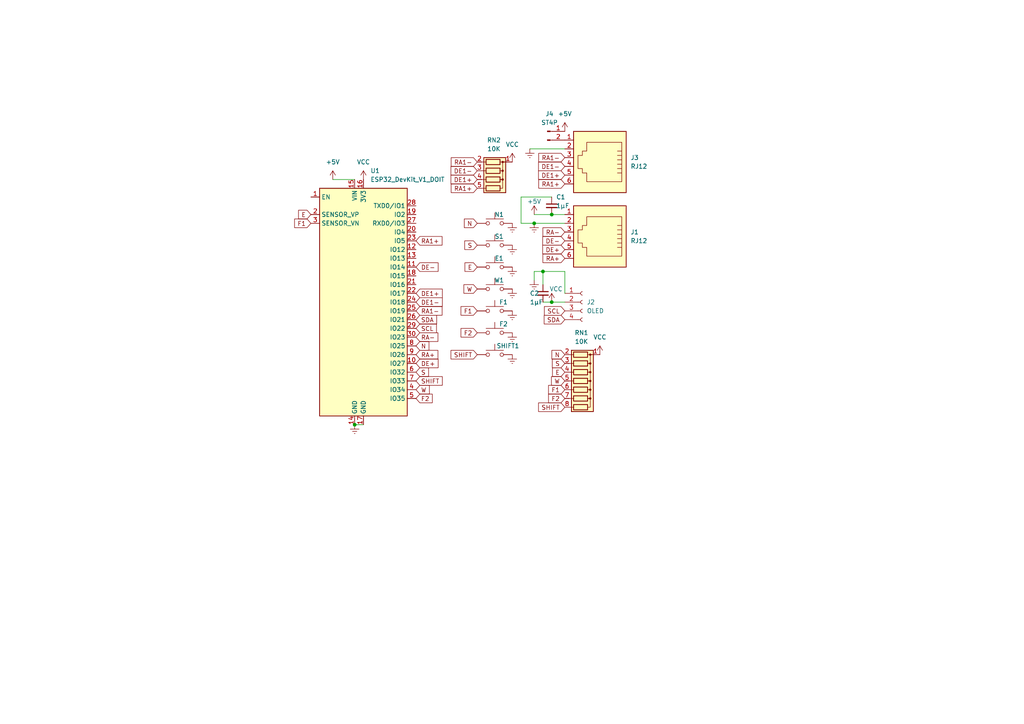
<source format=kicad_sch>
(kicad_sch (version 20211123) (generator eeschema)

  (uuid 5e871c31-4b55-49ba-aac0-7bee8ffd648d)

  (paper "A4")

  (lib_symbols
    (symbol "Connector:Conn_01x02_Male" (pin_names (offset 1.016) hide) (in_bom yes) (on_board yes)
      (property "Reference" "J" (id 0) (at 0 2.54 0)
        (effects (font (size 1.27 1.27)))
      )
      (property "Value" "Conn_01x02_Male" (id 1) (at 0 -5.08 0)
        (effects (font (size 1.27 1.27)))
      )
      (property "Footprint" "" (id 2) (at 0 0 0)
        (effects (font (size 1.27 1.27)) hide)
      )
      (property "Datasheet" "~" (id 3) (at 0 0 0)
        (effects (font (size 1.27 1.27)) hide)
      )
      (property "ki_keywords" "connector" (id 4) (at 0 0 0)
        (effects (font (size 1.27 1.27)) hide)
      )
      (property "ki_description" "Generic connector, single row, 01x02, script generated (kicad-library-utils/schlib/autogen/connector/)" (id 5) (at 0 0 0)
        (effects (font (size 1.27 1.27)) hide)
      )
      (property "ki_fp_filters" "Connector*:*_1x??_*" (id 6) (at 0 0 0)
        (effects (font (size 1.27 1.27)) hide)
      )
      (symbol "Conn_01x02_Male_1_1"
        (polyline
          (pts
            (xy 1.27 -2.54)
            (xy 0.8636 -2.54)
          )
          (stroke (width 0.1524) (type default) (color 0 0 0 0))
          (fill (type none))
        )
        (polyline
          (pts
            (xy 1.27 0)
            (xy 0.8636 0)
          )
          (stroke (width 0.1524) (type default) (color 0 0 0 0))
          (fill (type none))
        )
        (rectangle (start 0.8636 -2.413) (end 0 -2.667)
          (stroke (width 0.1524) (type default) (color 0 0 0 0))
          (fill (type outline))
        )
        (rectangle (start 0.8636 0.127) (end 0 -0.127)
          (stroke (width 0.1524) (type default) (color 0 0 0 0))
          (fill (type outline))
        )
        (pin passive line (at 5.08 0 180) (length 3.81)
          (name "Pin_1" (effects (font (size 1.27 1.27))))
          (number "1" (effects (font (size 1.27 1.27))))
        )
        (pin passive line (at 5.08 -2.54 180) (length 3.81)
          (name "Pin_2" (effects (font (size 1.27 1.27))))
          (number "2" (effects (font (size 1.27 1.27))))
        )
      )
    )
    (symbol "Connector:Conn_01x04_Female" (pin_names (offset 1.016) hide) (in_bom yes) (on_board yes)
      (property "Reference" "J" (id 0) (at 0 5.08 0)
        (effects (font (size 1.27 1.27)))
      )
      (property "Value" "Conn_01x04_Female" (id 1) (at 0 -7.62 0)
        (effects (font (size 1.27 1.27)))
      )
      (property "Footprint" "" (id 2) (at 0 0 0)
        (effects (font (size 1.27 1.27)) hide)
      )
      (property "Datasheet" "~" (id 3) (at 0 0 0)
        (effects (font (size 1.27 1.27)) hide)
      )
      (property "ki_keywords" "connector" (id 4) (at 0 0 0)
        (effects (font (size 1.27 1.27)) hide)
      )
      (property "ki_description" "Generic connector, single row, 01x04, script generated (kicad-library-utils/schlib/autogen/connector/)" (id 5) (at 0 0 0)
        (effects (font (size 1.27 1.27)) hide)
      )
      (property "ki_fp_filters" "Connector*:*_1x??_*" (id 6) (at 0 0 0)
        (effects (font (size 1.27 1.27)) hide)
      )
      (symbol "Conn_01x04_Female_1_1"
        (arc (start 0 -4.572) (mid -0.508 -5.08) (end 0 -5.588)
          (stroke (width 0.1524) (type default) (color 0 0 0 0))
          (fill (type none))
        )
        (arc (start 0 -2.032) (mid -0.508 -2.54) (end 0 -3.048)
          (stroke (width 0.1524) (type default) (color 0 0 0 0))
          (fill (type none))
        )
        (polyline
          (pts
            (xy -1.27 -5.08)
            (xy -0.508 -5.08)
          )
          (stroke (width 0.1524) (type default) (color 0 0 0 0))
          (fill (type none))
        )
        (polyline
          (pts
            (xy -1.27 -2.54)
            (xy -0.508 -2.54)
          )
          (stroke (width 0.1524) (type default) (color 0 0 0 0))
          (fill (type none))
        )
        (polyline
          (pts
            (xy -1.27 0)
            (xy -0.508 0)
          )
          (stroke (width 0.1524) (type default) (color 0 0 0 0))
          (fill (type none))
        )
        (polyline
          (pts
            (xy -1.27 2.54)
            (xy -0.508 2.54)
          )
          (stroke (width 0.1524) (type default) (color 0 0 0 0))
          (fill (type none))
        )
        (arc (start 0 0.508) (mid -0.508 0) (end 0 -0.508)
          (stroke (width 0.1524) (type default) (color 0 0 0 0))
          (fill (type none))
        )
        (arc (start 0 3.048) (mid -0.508 2.54) (end 0 2.032)
          (stroke (width 0.1524) (type default) (color 0 0 0 0))
          (fill (type none))
        )
        (pin passive line (at -5.08 2.54 0) (length 3.81)
          (name "Pin_1" (effects (font (size 1.27 1.27))))
          (number "1" (effects (font (size 1.27 1.27))))
        )
        (pin passive line (at -5.08 0 0) (length 3.81)
          (name "Pin_2" (effects (font (size 1.27 1.27))))
          (number "2" (effects (font (size 1.27 1.27))))
        )
        (pin passive line (at -5.08 -2.54 0) (length 3.81)
          (name "Pin_3" (effects (font (size 1.27 1.27))))
          (number "3" (effects (font (size 1.27 1.27))))
        )
        (pin passive line (at -5.08 -5.08 0) (length 3.81)
          (name "Pin_4" (effects (font (size 1.27 1.27))))
          (number "4" (effects (font (size 1.27 1.27))))
        )
      )
    )
    (symbol "Connector:RJ12" (pin_names (offset 1.016)) (in_bom yes) (on_board yes)
      (property "Reference" "J" (id 0) (at -5.08 11.43 0)
        (effects (font (size 1.27 1.27)) (justify right))
      )
      (property "Value" "RJ12" (id 1) (at 2.54 11.43 0)
        (effects (font (size 1.27 1.27)) (justify left))
      )
      (property "Footprint" "" (id 2) (at 0 0.635 90)
        (effects (font (size 1.27 1.27)) hide)
      )
      (property "Datasheet" "~" (id 3) (at 0 0.635 90)
        (effects (font (size 1.27 1.27)) hide)
      )
      (property "ki_keywords" "6P6C RJ female connector" (id 4) (at 0 0 0)
        (effects (font (size 1.27 1.27)) hide)
      )
      (property "ki_description" "RJ connector, 6P6C (6 positions 6 connected)" (id 5) (at 0 0 0)
        (effects (font (size 1.27 1.27)) hide)
      )
      (property "ki_fp_filters" "6P6C* RJ12* RJ18* RJ25*" (id 6) (at 0 0 0)
        (effects (font (size 1.27 1.27)) hide)
      )
      (symbol "RJ12_0_1"
        (polyline
          (pts
            (xy -6.35 -1.905)
            (xy -5.08 -1.905)
            (xy -5.08 -1.905)
          )
          (stroke (width 0) (type default) (color 0 0 0 0))
          (fill (type none))
        )
        (polyline
          (pts
            (xy -6.35 -0.635)
            (xy -5.08 -0.635)
            (xy -5.08 -0.635)
          )
          (stroke (width 0) (type default) (color 0 0 0 0))
          (fill (type none))
        )
        (polyline
          (pts
            (xy -6.35 0.635)
            (xy -5.08 0.635)
            (xy -5.08 0.635)
          )
          (stroke (width 0) (type default) (color 0 0 0 0))
          (fill (type none))
        )
        (polyline
          (pts
            (xy -6.35 1.905)
            (xy -5.08 1.905)
            (xy -5.08 1.905)
          )
          (stroke (width 0) (type default) (color 0 0 0 0))
          (fill (type none))
        )
        (polyline
          (pts
            (xy -6.35 3.175)
            (xy -5.08 3.175)
            (xy -5.08 3.175)
          )
          (stroke (width 0) (type default) (color 0 0 0 0))
          (fill (type none))
        )
        (polyline
          (pts
            (xy -5.08 4.445)
            (xy -6.35 4.445)
            (xy -6.35 4.445)
          )
          (stroke (width 0) (type default) (color 0 0 0 0))
          (fill (type none))
        )
        (polyline
          (pts
            (xy -6.35 -4.445)
            (xy -6.35 6.985)
            (xy 3.81 6.985)
            (xy 3.81 4.445)
            (xy 5.08 4.445)
            (xy 5.08 3.175)
            (xy 6.35 3.175)
            (xy 6.35 -0.635)
            (xy 5.08 -0.635)
            (xy 5.08 -1.905)
            (xy 3.81 -1.905)
            (xy 3.81 -4.445)
            (xy -6.35 -4.445)
            (xy -6.35 -4.445)
          )
          (stroke (width 0) (type default) (color 0 0 0 0))
          (fill (type none))
        )
        (rectangle (start 7.62 10.16) (end -7.62 -7.62)
          (stroke (width 0.254) (type default) (color 0 0 0 0))
          (fill (type background))
        )
      )
      (symbol "RJ12_1_1"
        (pin passive line (at 10.16 -5.08 180) (length 2.54)
          (name "~" (effects (font (size 1.27 1.27))))
          (number "1" (effects (font (size 1.27 1.27))))
        )
        (pin passive line (at 10.16 -2.54 180) (length 2.54)
          (name "~" (effects (font (size 1.27 1.27))))
          (number "2" (effects (font (size 1.27 1.27))))
        )
        (pin passive line (at 10.16 0 180) (length 2.54)
          (name "~" (effects (font (size 1.27 1.27))))
          (number "3" (effects (font (size 1.27 1.27))))
        )
        (pin passive line (at 10.16 2.54 180) (length 2.54)
          (name "~" (effects (font (size 1.27 1.27))))
          (number "4" (effects (font (size 1.27 1.27))))
        )
        (pin passive line (at 10.16 5.08 180) (length 2.54)
          (name "~" (effects (font (size 1.27 1.27))))
          (number "5" (effects (font (size 1.27 1.27))))
        )
        (pin passive line (at 10.16 7.62 180) (length 2.54)
          (name "~" (effects (font (size 1.27 1.27))))
          (number "6" (effects (font (size 1.27 1.27))))
        )
      )
    )
    (symbol "Device:C_Small" (pin_numbers hide) (pin_names (offset 0.254) hide) (in_bom yes) (on_board yes)
      (property "Reference" "C" (id 0) (at 0.254 1.778 0)
        (effects (font (size 1.27 1.27)) (justify left))
      )
      (property "Value" "C_Small" (id 1) (at 0.254 -2.032 0)
        (effects (font (size 1.27 1.27)) (justify left))
      )
      (property "Footprint" "" (id 2) (at 0 0 0)
        (effects (font (size 1.27 1.27)) hide)
      )
      (property "Datasheet" "~" (id 3) (at 0 0 0)
        (effects (font (size 1.27 1.27)) hide)
      )
      (property "ki_keywords" "capacitor cap" (id 4) (at 0 0 0)
        (effects (font (size 1.27 1.27)) hide)
      )
      (property "ki_description" "Unpolarized capacitor, small symbol" (id 5) (at 0 0 0)
        (effects (font (size 1.27 1.27)) hide)
      )
      (property "ki_fp_filters" "C_*" (id 6) (at 0 0 0)
        (effects (font (size 1.27 1.27)) hide)
      )
      (symbol "C_Small_0_1"
        (polyline
          (pts
            (xy -1.524 -0.508)
            (xy 1.524 -0.508)
          )
          (stroke (width 0.3302) (type default) (color 0 0 0 0))
          (fill (type none))
        )
        (polyline
          (pts
            (xy -1.524 0.508)
            (xy 1.524 0.508)
          )
          (stroke (width 0.3048) (type default) (color 0 0 0 0))
          (fill (type none))
        )
      )
      (symbol "C_Small_1_1"
        (pin passive line (at 0 2.54 270) (length 2.032)
          (name "~" (effects (font (size 1.27 1.27))))
          (number "1" (effects (font (size 1.27 1.27))))
        )
        (pin passive line (at 0 -2.54 90) (length 2.032)
          (name "~" (effects (font (size 1.27 1.27))))
          (number "2" (effects (font (size 1.27 1.27))))
        )
      )
    )
    (symbol "Device:R_Network04" (pin_names (offset 0) hide) (in_bom yes) (on_board yes)
      (property "Reference" "RN" (id 0) (at -7.62 0 90)
        (effects (font (size 1.27 1.27)))
      )
      (property "Value" "R_Network04" (id 1) (at 5.08 0 90)
        (effects (font (size 1.27 1.27)))
      )
      (property "Footprint" "Resistor_THT:R_Array_SIP5" (id 2) (at 6.985 0 90)
        (effects (font (size 1.27 1.27)) hide)
      )
      (property "Datasheet" "http://www.vishay.com/docs/31509/csc.pdf" (id 3) (at 0 0 0)
        (effects (font (size 1.27 1.27)) hide)
      )
      (property "ki_keywords" "R network star-topology" (id 4) (at 0 0 0)
        (effects (font (size 1.27 1.27)) hide)
      )
      (property "ki_description" "4 resistor network, star topology, bussed resistors, small symbol" (id 5) (at 0 0 0)
        (effects (font (size 1.27 1.27)) hide)
      )
      (property "ki_fp_filters" "R?Array?SIP*" (id 6) (at 0 0 0)
        (effects (font (size 1.27 1.27)) hide)
      )
      (symbol "R_Network04_0_1"
        (rectangle (start -6.35 -3.175) (end 3.81 3.175)
          (stroke (width 0.254) (type default) (color 0 0 0 0))
          (fill (type background))
        )
        (rectangle (start -5.842 1.524) (end -4.318 -2.54)
          (stroke (width 0.254) (type default) (color 0 0 0 0))
          (fill (type none))
        )
        (circle (center -5.08 2.286) (radius 0.254)
          (stroke (width 0) (type default) (color 0 0 0 0))
          (fill (type outline))
        )
        (rectangle (start -3.302 1.524) (end -1.778 -2.54)
          (stroke (width 0.254) (type default) (color 0 0 0 0))
          (fill (type none))
        )
        (circle (center -2.54 2.286) (radius 0.254)
          (stroke (width 0) (type default) (color 0 0 0 0))
          (fill (type outline))
        )
        (rectangle (start -0.762 1.524) (end 0.762 -2.54)
          (stroke (width 0.254) (type default) (color 0 0 0 0))
          (fill (type none))
        )
        (polyline
          (pts
            (xy -5.08 -2.54)
            (xy -5.08 -3.81)
          )
          (stroke (width 0) (type default) (color 0 0 0 0))
          (fill (type none))
        )
        (polyline
          (pts
            (xy -2.54 -2.54)
            (xy -2.54 -3.81)
          )
          (stroke (width 0) (type default) (color 0 0 0 0))
          (fill (type none))
        )
        (polyline
          (pts
            (xy 0 -2.54)
            (xy 0 -3.81)
          )
          (stroke (width 0) (type default) (color 0 0 0 0))
          (fill (type none))
        )
        (polyline
          (pts
            (xy 2.54 -2.54)
            (xy 2.54 -3.81)
          )
          (stroke (width 0) (type default) (color 0 0 0 0))
          (fill (type none))
        )
        (polyline
          (pts
            (xy -5.08 1.524)
            (xy -5.08 2.286)
            (xy -2.54 2.286)
            (xy -2.54 1.524)
          )
          (stroke (width 0) (type default) (color 0 0 0 0))
          (fill (type none))
        )
        (polyline
          (pts
            (xy -2.54 1.524)
            (xy -2.54 2.286)
            (xy 0 2.286)
            (xy 0 1.524)
          )
          (stroke (width 0) (type default) (color 0 0 0 0))
          (fill (type none))
        )
        (polyline
          (pts
            (xy 0 1.524)
            (xy 0 2.286)
            (xy 2.54 2.286)
            (xy 2.54 1.524)
          )
          (stroke (width 0) (type default) (color 0 0 0 0))
          (fill (type none))
        )
        (circle (center 0 2.286) (radius 0.254)
          (stroke (width 0) (type default) (color 0 0 0 0))
          (fill (type outline))
        )
        (rectangle (start 1.778 1.524) (end 3.302 -2.54)
          (stroke (width 0.254) (type default) (color 0 0 0 0))
          (fill (type none))
        )
      )
      (symbol "R_Network04_1_1"
        (pin passive line (at -5.08 5.08 270) (length 2.54)
          (name "common" (effects (font (size 1.27 1.27))))
          (number "1" (effects (font (size 1.27 1.27))))
        )
        (pin passive line (at -5.08 -5.08 90) (length 1.27)
          (name "R1" (effects (font (size 1.27 1.27))))
          (number "2" (effects (font (size 1.27 1.27))))
        )
        (pin passive line (at -2.54 -5.08 90) (length 1.27)
          (name "R2" (effects (font (size 1.27 1.27))))
          (number "3" (effects (font (size 1.27 1.27))))
        )
        (pin passive line (at 0 -5.08 90) (length 1.27)
          (name "R3" (effects (font (size 1.27 1.27))))
          (number "4" (effects (font (size 1.27 1.27))))
        )
        (pin passive line (at 2.54 -5.08 90) (length 1.27)
          (name "R4" (effects (font (size 1.27 1.27))))
          (number "5" (effects (font (size 1.27 1.27))))
        )
      )
    )
    (symbol "Device:R_Network07" (pin_names (offset 0) hide) (in_bom yes) (on_board yes)
      (property "Reference" "RN" (id 0) (at -10.16 0 90)
        (effects (font (size 1.27 1.27)))
      )
      (property "Value" "R_Network07" (id 1) (at 10.16 0 90)
        (effects (font (size 1.27 1.27)))
      )
      (property "Footprint" "Resistor_THT:R_Array_SIP8" (id 2) (at 12.065 0 90)
        (effects (font (size 1.27 1.27)) hide)
      )
      (property "Datasheet" "http://www.vishay.com/docs/31509/csc.pdf" (id 3) (at 0 0 0)
        (effects (font (size 1.27 1.27)) hide)
      )
      (property "ki_keywords" "R network star-topology" (id 4) (at 0 0 0)
        (effects (font (size 1.27 1.27)) hide)
      )
      (property "ki_description" "7 resistor network, star topology, bussed resistors, small symbol" (id 5) (at 0 0 0)
        (effects (font (size 1.27 1.27)) hide)
      )
      (property "ki_fp_filters" "R?Array?SIP*" (id 6) (at 0 0 0)
        (effects (font (size 1.27 1.27)) hide)
      )
      (symbol "R_Network07_0_1"
        (rectangle (start -8.89 -3.175) (end 8.89 3.175)
          (stroke (width 0.254) (type default) (color 0 0 0 0))
          (fill (type background))
        )
        (rectangle (start -8.382 1.524) (end -6.858 -2.54)
          (stroke (width 0.254) (type default) (color 0 0 0 0))
          (fill (type none))
        )
        (circle (center -7.62 2.286) (radius 0.254)
          (stroke (width 0) (type default) (color 0 0 0 0))
          (fill (type outline))
        )
        (rectangle (start -5.842 1.524) (end -4.318 -2.54)
          (stroke (width 0.254) (type default) (color 0 0 0 0))
          (fill (type none))
        )
        (circle (center -5.08 2.286) (radius 0.254)
          (stroke (width 0) (type default) (color 0 0 0 0))
          (fill (type outline))
        )
        (rectangle (start -3.302 1.524) (end -1.778 -2.54)
          (stroke (width 0.254) (type default) (color 0 0 0 0))
          (fill (type none))
        )
        (circle (center -2.54 2.286) (radius 0.254)
          (stroke (width 0) (type default) (color 0 0 0 0))
          (fill (type outline))
        )
        (rectangle (start -0.762 1.524) (end 0.762 -2.54)
          (stroke (width 0.254) (type default) (color 0 0 0 0))
          (fill (type none))
        )
        (polyline
          (pts
            (xy -7.62 -2.54)
            (xy -7.62 -3.81)
          )
          (stroke (width 0) (type default) (color 0 0 0 0))
          (fill (type none))
        )
        (polyline
          (pts
            (xy -5.08 -2.54)
            (xy -5.08 -3.81)
          )
          (stroke (width 0) (type default) (color 0 0 0 0))
          (fill (type none))
        )
        (polyline
          (pts
            (xy -2.54 -2.54)
            (xy -2.54 -3.81)
          )
          (stroke (width 0) (type default) (color 0 0 0 0))
          (fill (type none))
        )
        (polyline
          (pts
            (xy 0 -2.54)
            (xy 0 -3.81)
          )
          (stroke (width 0) (type default) (color 0 0 0 0))
          (fill (type none))
        )
        (polyline
          (pts
            (xy 2.54 -2.54)
            (xy 2.54 -3.81)
          )
          (stroke (width 0) (type default) (color 0 0 0 0))
          (fill (type none))
        )
        (polyline
          (pts
            (xy 5.08 -2.54)
            (xy 5.08 -3.81)
          )
          (stroke (width 0) (type default) (color 0 0 0 0))
          (fill (type none))
        )
        (polyline
          (pts
            (xy 7.62 -2.54)
            (xy 7.62 -3.81)
          )
          (stroke (width 0) (type default) (color 0 0 0 0))
          (fill (type none))
        )
        (polyline
          (pts
            (xy -7.62 1.524)
            (xy -7.62 2.286)
            (xy -5.08 2.286)
            (xy -5.08 1.524)
          )
          (stroke (width 0) (type default) (color 0 0 0 0))
          (fill (type none))
        )
        (polyline
          (pts
            (xy -5.08 1.524)
            (xy -5.08 2.286)
            (xy -2.54 2.286)
            (xy -2.54 1.524)
          )
          (stroke (width 0) (type default) (color 0 0 0 0))
          (fill (type none))
        )
        (polyline
          (pts
            (xy -2.54 1.524)
            (xy -2.54 2.286)
            (xy 0 2.286)
            (xy 0 1.524)
          )
          (stroke (width 0) (type default) (color 0 0 0 0))
          (fill (type none))
        )
        (polyline
          (pts
            (xy 0 1.524)
            (xy 0 2.286)
            (xy 2.54 2.286)
            (xy 2.54 1.524)
          )
          (stroke (width 0) (type default) (color 0 0 0 0))
          (fill (type none))
        )
        (polyline
          (pts
            (xy 2.54 1.524)
            (xy 2.54 2.286)
            (xy 5.08 2.286)
            (xy 5.08 1.524)
          )
          (stroke (width 0) (type default) (color 0 0 0 0))
          (fill (type none))
        )
        (polyline
          (pts
            (xy 5.08 1.524)
            (xy 5.08 2.286)
            (xy 7.62 2.286)
            (xy 7.62 1.524)
          )
          (stroke (width 0) (type default) (color 0 0 0 0))
          (fill (type none))
        )
        (circle (center 0 2.286) (radius 0.254)
          (stroke (width 0) (type default) (color 0 0 0 0))
          (fill (type outline))
        )
        (rectangle (start 1.778 1.524) (end 3.302 -2.54)
          (stroke (width 0.254) (type default) (color 0 0 0 0))
          (fill (type none))
        )
        (circle (center 2.54 2.286) (radius 0.254)
          (stroke (width 0) (type default) (color 0 0 0 0))
          (fill (type outline))
        )
        (rectangle (start 4.318 1.524) (end 5.842 -2.54)
          (stroke (width 0.254) (type default) (color 0 0 0 0))
          (fill (type none))
        )
        (circle (center 5.08 2.286) (radius 0.254)
          (stroke (width 0) (type default) (color 0 0 0 0))
          (fill (type outline))
        )
        (rectangle (start 6.858 1.524) (end 8.382 -2.54)
          (stroke (width 0.254) (type default) (color 0 0 0 0))
          (fill (type none))
        )
      )
      (symbol "R_Network07_1_1"
        (pin passive line (at -7.62 5.08 270) (length 2.54)
          (name "common" (effects (font (size 1.27 1.27))))
          (number "1" (effects (font (size 1.27 1.27))))
        )
        (pin passive line (at -7.62 -5.08 90) (length 1.27)
          (name "R1" (effects (font (size 1.27 1.27))))
          (number "2" (effects (font (size 1.27 1.27))))
        )
        (pin passive line (at -5.08 -5.08 90) (length 1.27)
          (name "R2" (effects (font (size 1.27 1.27))))
          (number "3" (effects (font (size 1.27 1.27))))
        )
        (pin passive line (at -2.54 -5.08 90) (length 1.27)
          (name "R3" (effects (font (size 1.27 1.27))))
          (number "4" (effects (font (size 1.27 1.27))))
        )
        (pin passive line (at 0 -5.08 90) (length 1.27)
          (name "R4" (effects (font (size 1.27 1.27))))
          (number "5" (effects (font (size 1.27 1.27))))
        )
        (pin passive line (at 2.54 -5.08 90) (length 1.27)
          (name "R5" (effects (font (size 1.27 1.27))))
          (number "6" (effects (font (size 1.27 1.27))))
        )
        (pin passive line (at 5.08 -5.08 90) (length 1.27)
          (name "R6" (effects (font (size 1.27 1.27))))
          (number "7" (effects (font (size 1.27 1.27))))
        )
        (pin passive line (at 7.62 -5.08 90) (length 1.27)
          (name "R7" (effects (font (size 1.27 1.27))))
          (number "8" (effects (font (size 1.27 1.27))))
        )
      )
    )
    (symbol "New_Library:ESP32_DevKit_V1_DOIT" (in_bom yes) (on_board yes)
      (property "Reference" "U" (id 0) (at -11.43 34.29 0)
        (effects (font (size 1.27 1.27)))
      )
      (property "Value" "ESP32_DevKit_V1_DOIT" (id 1) (at 11.43 34.29 0)
        (effects (font (size 1.27 1.27)))
      )
      (property "Footprint" "ESP32_DevKit_V1_DOIT:esp32_devkit_v1_doit" (id 2) (at -11.43 34.29 0)
        (effects (font (size 1.27 1.27)) hide)
      )
      (property "Datasheet" "https://aliexpress.com/item/32864722159.html" (id 3) (at -11.43 34.29 0)
        (effects (font (size 1.27 1.27)) hide)
      )
      (property "ki_keywords" "ESP32-WROOM-32 WiFi and Bluetooth microcontroller" (id 4) (at 0 0 0)
        (effects (font (size 1.27 1.27)) hide)
      )
      (property "ki_description" "32-bit microcontroller module with WiFi and Bluetooth" (id 5) (at 0 0 0)
        (effects (font (size 1.27 1.27)) hide)
      )
      (property "ki_fp_filters" "esp32?devkit?v1?doit*" (id 6) (at 0 0 0)
        (effects (font (size 1.27 1.27)) hide)
      )
      (symbol "ESP32_DevKit_V1_DOIT_1_1"
        (rectangle (start -12.7 33.02) (end 12.7 -33.02)
          (stroke (width 0.254) (type default) (color 0 0 0 0))
          (fill (type background))
        )
        (pin input line (at -15.24 30.48 0) (length 2.54)
          (name "EN" (effects (font (size 1.27 1.27))))
          (number "1" (effects (font (size 1.27 1.27))))
        )
        (pin bidirectional line (at 15.24 -17.78 180) (length 2.54)
          (name "IO27" (effects (font (size 1.27 1.27))))
          (number "10" (effects (font (size 1.27 1.27))))
        )
        (pin bidirectional line (at 15.24 10.16 180) (length 2.54)
          (name "IO14" (effects (font (size 1.27 1.27))))
          (number "11" (effects (font (size 1.27 1.27))))
        )
        (pin bidirectional line (at 15.24 15.24 180) (length 2.54)
          (name "IO12" (effects (font (size 1.27 1.27))))
          (number "12" (effects (font (size 1.27 1.27))))
        )
        (pin bidirectional line (at 15.24 12.7 180) (length 2.54)
          (name "IO13" (effects (font (size 1.27 1.27))))
          (number "13" (effects (font (size 1.27 1.27))))
        )
        (pin power_in line (at -2.54 -35.56 90) (length 2.54)
          (name "GND" (effects (font (size 1.27 1.27))))
          (number "14" (effects (font (size 1.27 1.27))))
        )
        (pin power_in line (at -2.54 35.56 270) (length 2.54)
          (name "VIN" (effects (font (size 1.27 1.27))))
          (number "15" (effects (font (size 1.27 1.27))))
        )
        (pin power_in line (at 0 35.56 270) (length 2.54)
          (name "3V3" (effects (font (size 1.27 1.27))))
          (number "16" (effects (font (size 1.27 1.27))))
        )
        (pin power_in line (at 0 -35.56 90) (length 2.54)
          (name "GND" (effects (font (size 1.27 1.27))))
          (number "17" (effects (font (size 1.27 1.27))))
        )
        (pin bidirectional line (at 15.24 7.62 180) (length 2.54)
          (name "IO15" (effects (font (size 1.27 1.27))))
          (number "18" (effects (font (size 1.27 1.27))))
        )
        (pin bidirectional line (at 15.24 25.4 180) (length 2.54)
          (name "IO2" (effects (font (size 1.27 1.27))))
          (number "19" (effects (font (size 1.27 1.27))))
        )
        (pin input line (at -15.24 25.4 0) (length 2.54)
          (name "SENSOR_VP" (effects (font (size 1.27 1.27))))
          (number "2" (effects (font (size 1.27 1.27))))
        )
        (pin bidirectional line (at 15.24 20.32 180) (length 2.54)
          (name "IO4" (effects (font (size 1.27 1.27))))
          (number "20" (effects (font (size 1.27 1.27))))
        )
        (pin bidirectional line (at 15.24 5.08 180) (length 2.54)
          (name "IO16" (effects (font (size 1.27 1.27))))
          (number "21" (effects (font (size 1.27 1.27))))
        )
        (pin bidirectional line (at 15.24 2.54 180) (length 2.54)
          (name "IO17" (effects (font (size 1.27 1.27))))
          (number "22" (effects (font (size 1.27 1.27))))
        )
        (pin bidirectional line (at 15.24 17.78 180) (length 2.54)
          (name "IO5" (effects (font (size 1.27 1.27))))
          (number "23" (effects (font (size 1.27 1.27))))
        )
        (pin bidirectional line (at 15.24 0 180) (length 2.54)
          (name "IO18" (effects (font (size 1.27 1.27))))
          (number "24" (effects (font (size 1.27 1.27))))
        )
        (pin bidirectional line (at 15.24 -2.54 180) (length 2.54)
          (name "IO19" (effects (font (size 1.27 1.27))))
          (number "25" (effects (font (size 1.27 1.27))))
        )
        (pin bidirectional line (at 15.24 -5.08 180) (length 2.54)
          (name "IO21" (effects (font (size 1.27 1.27))))
          (number "26" (effects (font (size 1.27 1.27))))
        )
        (pin bidirectional line (at 15.24 22.86 180) (length 2.54)
          (name "RXD0/IO3" (effects (font (size 1.27 1.27))))
          (number "27" (effects (font (size 1.27 1.27))))
        )
        (pin bidirectional line (at 15.24 27.94 180) (length 2.54)
          (name "TXD0/IO1" (effects (font (size 1.27 1.27))))
          (number "28" (effects (font (size 1.27 1.27))))
        )
        (pin bidirectional line (at 15.24 -7.62 180) (length 2.54)
          (name "IO22" (effects (font (size 1.27 1.27))))
          (number "29" (effects (font (size 1.27 1.27))))
        )
        (pin input line (at -15.24 22.86 0) (length 2.54)
          (name "SENSOR_VN" (effects (font (size 1.27 1.27))))
          (number "3" (effects (font (size 1.27 1.27))))
        )
        (pin bidirectional line (at 15.24 -10.16 180) (length 2.54)
          (name "IO23" (effects (font (size 1.27 1.27))))
          (number "30" (effects (font (size 1.27 1.27))))
        )
        (pin input line (at 15.24 -25.4 180) (length 2.54)
          (name "IO34" (effects (font (size 1.27 1.27))))
          (number "4" (effects (font (size 1.27 1.27))))
        )
        (pin input line (at 15.24 -27.94 180) (length 2.54)
          (name "IO35" (effects (font (size 1.27 1.27))))
          (number "5" (effects (font (size 1.27 1.27))))
        )
        (pin bidirectional line (at 15.24 -20.32 180) (length 2.54)
          (name "IO32" (effects (font (size 1.27 1.27))))
          (number "6" (effects (font (size 1.27 1.27))))
        )
        (pin bidirectional line (at 15.24 -22.86 180) (length 2.54)
          (name "IO33" (effects (font (size 1.27 1.27))))
          (number "7" (effects (font (size 1.27 1.27))))
        )
        (pin bidirectional line (at 15.24 -12.7 180) (length 2.54)
          (name "IO25" (effects (font (size 1.27 1.27))))
          (number "8" (effects (font (size 1.27 1.27))))
        )
        (pin bidirectional line (at 15.24 -15.24 180) (length 2.54)
          (name "IO26" (effects (font (size 1.27 1.27))))
          (number "9" (effects (font (size 1.27 1.27))))
        )
      )
    )
    (symbol "Switch:SW_Push" (pin_numbers hide) (pin_names (offset 1.016) hide) (in_bom yes) (on_board yes)
      (property "Reference" "SW" (id 0) (at 1.27 2.54 0)
        (effects (font (size 1.27 1.27)) (justify left))
      )
      (property "Value" "SW_Push" (id 1) (at 0 -1.524 0)
        (effects (font (size 1.27 1.27)))
      )
      (property "Footprint" "" (id 2) (at 0 5.08 0)
        (effects (font (size 1.27 1.27)) hide)
      )
      (property "Datasheet" "~" (id 3) (at 0 5.08 0)
        (effects (font (size 1.27 1.27)) hide)
      )
      (property "ki_keywords" "switch normally-open pushbutton push-button" (id 4) (at 0 0 0)
        (effects (font (size 1.27 1.27)) hide)
      )
      (property "ki_description" "Push button switch, generic, two pins" (id 5) (at 0 0 0)
        (effects (font (size 1.27 1.27)) hide)
      )
      (symbol "SW_Push_0_1"
        (circle (center -2.032 0) (radius 0.508)
          (stroke (width 0) (type default) (color 0 0 0 0))
          (fill (type none))
        )
        (polyline
          (pts
            (xy 0 1.27)
            (xy 0 3.048)
          )
          (stroke (width 0) (type default) (color 0 0 0 0))
          (fill (type none))
        )
        (polyline
          (pts
            (xy 2.54 1.27)
            (xy -2.54 1.27)
          )
          (stroke (width 0) (type default) (color 0 0 0 0))
          (fill (type none))
        )
        (circle (center 2.032 0) (radius 0.508)
          (stroke (width 0) (type default) (color 0 0 0 0))
          (fill (type none))
        )
        (pin passive line (at -5.08 0 0) (length 2.54)
          (name "1" (effects (font (size 1.27 1.27))))
          (number "1" (effects (font (size 1.27 1.27))))
        )
        (pin passive line (at 5.08 0 180) (length 2.54)
          (name "2" (effects (font (size 1.27 1.27))))
          (number "2" (effects (font (size 1.27 1.27))))
        )
      )
    )
    (symbol "power:+5V" (power) (pin_names (offset 0)) (in_bom yes) (on_board yes)
      (property "Reference" "#PWR" (id 0) (at 0 -3.81 0)
        (effects (font (size 1.27 1.27)) hide)
      )
      (property "Value" "+5V" (id 1) (at 0 3.556 0)
        (effects (font (size 1.27 1.27)))
      )
      (property "Footprint" "" (id 2) (at 0 0 0)
        (effects (font (size 1.27 1.27)) hide)
      )
      (property "Datasheet" "" (id 3) (at 0 0 0)
        (effects (font (size 1.27 1.27)) hide)
      )
      (property "ki_keywords" "power-flag" (id 4) (at 0 0 0)
        (effects (font (size 1.27 1.27)) hide)
      )
      (property "ki_description" "Power symbol creates a global label with name \"+5V\"" (id 5) (at 0 0 0)
        (effects (font (size 1.27 1.27)) hide)
      )
      (symbol "+5V_0_1"
        (polyline
          (pts
            (xy -0.762 1.27)
            (xy 0 2.54)
          )
          (stroke (width 0) (type default) (color 0 0 0 0))
          (fill (type none))
        )
        (polyline
          (pts
            (xy 0 0)
            (xy 0 2.54)
          )
          (stroke (width 0) (type default) (color 0 0 0 0))
          (fill (type none))
        )
        (polyline
          (pts
            (xy 0 2.54)
            (xy 0.762 1.27)
          )
          (stroke (width 0) (type default) (color 0 0 0 0))
          (fill (type none))
        )
      )
      (symbol "+5V_1_1"
        (pin power_in line (at 0 0 90) (length 0) hide
          (name "+5V" (effects (font (size 1.27 1.27))))
          (number "1" (effects (font (size 1.27 1.27))))
        )
      )
    )
    (symbol "power:Earth" (power) (pin_names (offset 0)) (in_bom yes) (on_board yes)
      (property "Reference" "#PWR" (id 0) (at 0 -6.35 0)
        (effects (font (size 1.27 1.27)) hide)
      )
      (property "Value" "Earth" (id 1) (at 0 -3.81 0)
        (effects (font (size 1.27 1.27)) hide)
      )
      (property "Footprint" "" (id 2) (at 0 0 0)
        (effects (font (size 1.27 1.27)) hide)
      )
      (property "Datasheet" "~" (id 3) (at 0 0 0)
        (effects (font (size 1.27 1.27)) hide)
      )
      (property "ki_keywords" "power-flag ground gnd" (id 4) (at 0 0 0)
        (effects (font (size 1.27 1.27)) hide)
      )
      (property "ki_description" "Power symbol creates a global label with name \"Earth\"" (id 5) (at 0 0 0)
        (effects (font (size 1.27 1.27)) hide)
      )
      (symbol "Earth_0_1"
        (polyline
          (pts
            (xy -0.635 -1.905)
            (xy 0.635 -1.905)
          )
          (stroke (width 0) (type default) (color 0 0 0 0))
          (fill (type none))
        )
        (polyline
          (pts
            (xy -0.127 -2.54)
            (xy 0.127 -2.54)
          )
          (stroke (width 0) (type default) (color 0 0 0 0))
          (fill (type none))
        )
        (polyline
          (pts
            (xy 0 -1.27)
            (xy 0 0)
          )
          (stroke (width 0) (type default) (color 0 0 0 0))
          (fill (type none))
        )
        (polyline
          (pts
            (xy 1.27 -1.27)
            (xy -1.27 -1.27)
          )
          (stroke (width 0) (type default) (color 0 0 0 0))
          (fill (type none))
        )
      )
      (symbol "Earth_1_1"
        (pin power_in line (at 0 0 270) (length 0) hide
          (name "Earth" (effects (font (size 1.27 1.27))))
          (number "1" (effects (font (size 1.27 1.27))))
        )
      )
    )
    (symbol "power:VCC" (power) (pin_names (offset 0)) (in_bom yes) (on_board yes)
      (property "Reference" "#PWR" (id 0) (at 0 -3.81 0)
        (effects (font (size 1.27 1.27)) hide)
      )
      (property "Value" "VCC" (id 1) (at 0 3.81 0)
        (effects (font (size 1.27 1.27)))
      )
      (property "Footprint" "" (id 2) (at 0 0 0)
        (effects (font (size 1.27 1.27)) hide)
      )
      (property "Datasheet" "" (id 3) (at 0 0 0)
        (effects (font (size 1.27 1.27)) hide)
      )
      (property "ki_keywords" "power-flag" (id 4) (at 0 0 0)
        (effects (font (size 1.27 1.27)) hide)
      )
      (property "ki_description" "Power symbol creates a global label with name \"VCC\"" (id 5) (at 0 0 0)
        (effects (font (size 1.27 1.27)) hide)
      )
      (symbol "VCC_0_1"
        (polyline
          (pts
            (xy -0.762 1.27)
            (xy 0 2.54)
          )
          (stroke (width 0) (type default) (color 0 0 0 0))
          (fill (type none))
        )
        (polyline
          (pts
            (xy 0 0)
            (xy 0 2.54)
          )
          (stroke (width 0) (type default) (color 0 0 0 0))
          (fill (type none))
        )
        (polyline
          (pts
            (xy 0 2.54)
            (xy 0.762 1.27)
          )
          (stroke (width 0) (type default) (color 0 0 0 0))
          (fill (type none))
        )
      )
      (symbol "VCC_1_1"
        (pin power_in line (at 0 0 90) (length 0) hide
          (name "VCC" (effects (font (size 1.27 1.27))))
          (number "1" (effects (font (size 1.27 1.27))))
        )
      )
    )
  )

  (junction (at 102.87 123.19) (diameter 0) (color 0 0 0 0)
    (uuid 3c916d76-366d-4463-bb93-a195b7ac2a9b)
  )
  (junction (at 160.02 87.63) (diameter 0) (color 0 0 0 0)
    (uuid 3cdb46b5-b7a1-446b-a727-fdbae221247c)
  )
  (junction (at 160.02 62.23) (diameter 0) (color 0 0 0 0)
    (uuid 44ac4b73-c071-4748-95a1-d87a9b0b116d)
  )
  (junction (at 154.94 64.77) (diameter 0) (color 0 0 0 0)
    (uuid 472aebb9-8b80-46cf-958f-94af21a64ca3)
  )
  (junction (at 157.48 78.74) (diameter 0) (color 0 0 0 0)
    (uuid 4e1605ae-84c2-4726-9f8e-8dc4ee7cb806)
  )

  (wire (pts (xy 154.94 64.77) (xy 163.83 64.77))
    (stroke (width 0) (type default) (color 0 0 0 0))
    (uuid 2fe278cd-c81f-44d9-bc18-7f6f160372f3)
  )
  (wire (pts (xy 160.02 87.63) (xy 163.83 87.63))
    (stroke (width 0) (type default) (color 0 0 0 0))
    (uuid 398b509c-3ad3-4e61-816c-ad12008e4bc2)
  )
  (wire (pts (xy 102.87 123.19) (xy 105.41 123.19))
    (stroke (width 0) (type default) (color 0 0 0 0))
    (uuid 3e8c4ca4-1c17-463a-8887-ab02014d318e)
  )
  (wire (pts (xy 151.13 57.15) (xy 151.13 64.77))
    (stroke (width 0) (type default) (color 0 0 0 0))
    (uuid 468f2fcd-4cec-408c-9fcc-64091ac34c3b)
  )
  (wire (pts (xy 157.48 78.74) (xy 163.83 78.74))
    (stroke (width 0) (type default) (color 0 0 0 0))
    (uuid 5a9cb89e-8da2-43ca-8cd1-e7fe5de0b833)
  )
  (wire (pts (xy 154.94 62.23) (xy 160.02 62.23))
    (stroke (width 0) (type default) (color 0 0 0 0))
    (uuid 74f39850-5b59-49e2-8157-f245df11f1bd)
  )
  (wire (pts (xy 163.83 78.74) (xy 163.83 85.09))
    (stroke (width 0) (type default) (color 0 0 0 0))
    (uuid 984007f9-db33-4b6a-a036-65f650baacda)
  )
  (wire (pts (xy 153.67 43.18) (xy 163.83 43.18))
    (stroke (width 0) (type default) (color 0 0 0 0))
    (uuid ad5d15be-ae28-4e5f-924a-e7113f09b336)
  )
  (wire (pts (xy 157.48 87.63) (xy 160.02 87.63))
    (stroke (width 0) (type default) (color 0 0 0 0))
    (uuid b7a53bc5-13fa-4d51-9ca7-b69480a67738)
  )
  (wire (pts (xy 151.13 57.15) (xy 160.02 57.15))
    (stroke (width 0) (type default) (color 0 0 0 0))
    (uuid bc181265-d5e2-4b24-8825-205950433019)
  )
  (wire (pts (xy 157.48 78.74) (xy 157.48 82.55))
    (stroke (width 0) (type default) (color 0 0 0 0))
    (uuid be7736db-4f8b-4b7c-a0e2-7577c611e946)
  )
  (wire (pts (xy 151.13 64.77) (xy 154.94 64.77))
    (stroke (width 0) (type default) (color 0 0 0 0))
    (uuid d124034a-ed6c-4dc0-8bce-44fa85c97730)
  )
  (wire (pts (xy 154.94 78.74) (xy 154.94 81.28))
    (stroke (width 0) (type default) (color 0 0 0 0))
    (uuid e132a2aa-598b-41f3-83be-29558786f95e)
  )
  (wire (pts (xy 160.02 62.23) (xy 163.83 62.23))
    (stroke (width 0) (type default) (color 0 0 0 0))
    (uuid ea64e6ea-70f1-4634-bc6f-b80f0ebfaeff)
  )
  (wire (pts (xy 96.52 52.07) (xy 102.87 52.07))
    (stroke (width 0) (type default) (color 0 0 0 0))
    (uuid efb1a163-074b-482e-b55a-b48b9107b919)
  )
  (wire (pts (xy 154.94 78.74) (xy 157.48 78.74))
    (stroke (width 0) (type default) (color 0 0 0 0))
    (uuid f8be6041-91bf-4dcb-8702-438d3b8e1578)
  )

  (global_label "SHIFT" (shape input) (at 163.83 118.11 180) (fields_autoplaced)
    (effects (font (size 1.27 1.27)) (justify right))
    (uuid 1cc20a43-79bb-430b-bc91-86018def2c77)
    (property "Intersheet References" "${INTERSHEET_REFS}" (id 0) (at 156.2159 118.0306 0)
      (effects (font (size 1.27 1.27)) (justify right) hide)
    )
  )
  (global_label "E" (shape input) (at 90.17 62.23 180) (fields_autoplaced)
    (effects (font (size 1.27 1.27)) (justify right))
    (uuid 248286c8-84e8-4878-9fce-69b3d2b8d287)
    (property "Intersheet References" "${INTERSHEET_REFS}" (id 0) (at 86.6079 62.1506 0)
      (effects (font (size 1.27 1.27)) (justify right) hide)
    )
  )
  (global_label "F1" (shape input) (at 90.17 64.77 180) (fields_autoplaced)
    (effects (font (size 1.27 1.27)) (justify right))
    (uuid 27d8f4f5-1965-4866-8e08-0f735fb35651)
    (property "Intersheet References" "${INTERSHEET_REFS}" (id 0) (at 85.4588 64.6906 0)
      (effects (font (size 1.27 1.27)) (justify right) hide)
    )
  )
  (global_label "E" (shape input) (at 138.43 77.47 180) (fields_autoplaced)
    (effects (font (size 1.27 1.27)) (justify right))
    (uuid 29af8077-fbf0-4f58-ad03-730a7b3c2501)
    (property "Intersheet References" "${INTERSHEET_REFS}" (id 0) (at 134.8679 77.3906 0)
      (effects (font (size 1.27 1.27)) (justify right) hide)
    )
  )
  (global_label "SHIFT" (shape input) (at 138.43 102.87 180) (fields_autoplaced)
    (effects (font (size 1.27 1.27)) (justify right))
    (uuid 2ecf9391-6e9d-42a3-b3ee-53e3986f0eb0)
    (property "Intersheet References" "${INTERSHEET_REFS}" (id 0) (at 130.8159 102.7906 0)
      (effects (font (size 1.27 1.27)) (justify right) hide)
    )
  )
  (global_label "DE1+" (shape input) (at 163.83 50.8 180) (fields_autoplaced)
    (effects (font (size 1.27 1.27)) (justify right))
    (uuid 38bef892-3741-43c0-a6af-4a33f7f712a2)
    (property "Intersheet References" "${INTERSHEET_REFS}" (id 0) (at 156.2159 50.7206 0)
      (effects (font (size 1.27 1.27)) (justify right) hide)
    )
  )
  (global_label "F1" (shape input) (at 163.83 113.03 180) (fields_autoplaced)
    (effects (font (size 1.27 1.27)) (justify right))
    (uuid 3b07f12d-8fcf-41c8-813e-cd47effc9d9e)
    (property "Intersheet References" "${INTERSHEET_REFS}" (id 0) (at 159.1188 112.9506 0)
      (effects (font (size 1.27 1.27)) (justify right) hide)
    )
  )
  (global_label "DE+" (shape input) (at 120.65 105.41 0) (fields_autoplaced)
    (effects (font (size 1.27 1.27)) (justify left))
    (uuid 3f11b01f-ee91-4949-8472-f6f10e51fc25)
    (property "Intersheet References" "${INTERSHEET_REFS}" (id 0) (at 127.0545 105.4894 0)
      (effects (font (size 1.27 1.27)) (justify left) hide)
    )
  )
  (global_label "RA1+" (shape input) (at 138.43 54.61 180) (fields_autoplaced)
    (effects (font (size 1.27 1.27)) (justify right))
    (uuid 3fdd2be4-330d-4ca4-b359-e709d31dfe9a)
    (property "Intersheet References" "${INTERSHEET_REFS}" (id 0) (at 130.8764 54.5306 0)
      (effects (font (size 1.27 1.27)) (justify right) hide)
    )
  )
  (global_label "N" (shape input) (at 138.43 64.77 180) (fields_autoplaced)
    (effects (font (size 1.27 1.27)) (justify right))
    (uuid 4399db71-f3c9-4863-9a3a-d57133280dfc)
    (property "Intersheet References" "${INTERSHEET_REFS}" (id 0) (at 134.6864 64.6906 0)
      (effects (font (size 1.27 1.27)) (justify right) hide)
    )
  )
  (global_label "RA1-" (shape input) (at 120.65 90.17 0) (fields_autoplaced)
    (effects (font (size 1.27 1.27)) (justify left))
    (uuid 48009e63-8dca-41c7-8d95-bd4dc68d0472)
    (property "Intersheet References" "${INTERSHEET_REFS}" (id 0) (at 128.2036 90.2494 0)
      (effects (font (size 1.27 1.27)) (justify left) hide)
    )
  )
  (global_label "RA1+" (shape input) (at 120.65 69.85 0) (fields_autoplaced)
    (effects (font (size 1.27 1.27)) (justify left))
    (uuid 4c39be59-b093-468c-a984-4485a8a90f0b)
    (property "Intersheet References" "${INTERSHEET_REFS}" (id 0) (at 128.2036 69.9294 0)
      (effects (font (size 1.27 1.27)) (justify left) hide)
    )
  )
  (global_label "N" (shape input) (at 120.65 100.33 0) (fields_autoplaced)
    (effects (font (size 1.27 1.27)) (justify left))
    (uuid 4c5ed043-1546-43ee-b516-fe551625f335)
    (property "Intersheet References" "${INTERSHEET_REFS}" (id 0) (at 124.3936 100.4094 0)
      (effects (font (size 1.27 1.27)) (justify left) hide)
    )
  )
  (global_label "DE1+" (shape input) (at 138.43 52.07 180) (fields_autoplaced)
    (effects (font (size 1.27 1.27)) (justify right))
    (uuid 4f0fe3d7-686b-42d4-857c-52ab9530e82f)
    (property "Intersheet References" "${INTERSHEET_REFS}" (id 0) (at 130.8159 51.9906 0)
      (effects (font (size 1.27 1.27)) (justify right) hide)
    )
  )
  (global_label "F2" (shape input) (at 138.43 96.52 180) (fields_autoplaced)
    (effects (font (size 1.27 1.27)) (justify right))
    (uuid 4fa98dda-5703-4d36-a731-1f33b018c6d5)
    (property "Intersheet References" "${INTERSHEET_REFS}" (id 0) (at 133.7188 96.4406 0)
      (effects (font (size 1.27 1.27)) (justify right) hide)
    )
  )
  (global_label "RA+" (shape input) (at 163.83 74.93 180) (fields_autoplaced)
    (effects (font (size 1.27 1.27)) (justify right))
    (uuid 57d39b1b-c23c-42f6-bbe8-75e1e0af120a)
    (property "Intersheet References" "${INTERSHEET_REFS}" (id 0) (at 157.4859 74.8506 0)
      (effects (font (size 1.27 1.27)) (justify right) hide)
    )
  )
  (global_label "N" (shape input) (at 163.83 102.87 180) (fields_autoplaced)
    (effects (font (size 1.27 1.27)) (justify right))
    (uuid 5aa98617-59b6-4f0e-b529-7fa7562a0570)
    (property "Intersheet References" "${INTERSHEET_REFS}" (id 0) (at 160.0864 102.7906 0)
      (effects (font (size 1.27 1.27)) (justify right) hide)
    )
  )
  (global_label "E" (shape input) (at 163.83 107.95 180) (fields_autoplaced)
    (effects (font (size 1.27 1.27)) (justify right))
    (uuid 670fb537-fbe5-4d80-bd2a-444a565ceb88)
    (property "Intersheet References" "${INTERSHEET_REFS}" (id 0) (at 160.2679 107.8706 0)
      (effects (font (size 1.27 1.27)) (justify right) hide)
    )
  )
  (global_label "DE1-" (shape input) (at 120.65 87.63 0) (fields_autoplaced)
    (effects (font (size 1.27 1.27)) (justify left))
    (uuid 6763b071-ee1e-4045-8ab1-99cadebe535c)
    (property "Intersheet References" "${INTERSHEET_REFS}" (id 0) (at 128.2641 87.7094 0)
      (effects (font (size 1.27 1.27)) (justify left) hide)
    )
  )
  (global_label "RA+" (shape input) (at 120.65 102.87 0) (fields_autoplaced)
    (effects (font (size 1.27 1.27)) (justify left))
    (uuid 693fa030-b877-402c-b07e-7e4a24e447ca)
    (property "Intersheet References" "${INTERSHEET_REFS}" (id 0) (at 126.9941 102.9494 0)
      (effects (font (size 1.27 1.27)) (justify left) hide)
    )
  )
  (global_label "SDA" (shape input) (at 120.65 92.71 0) (fields_autoplaced)
    (effects (font (size 1.27 1.27)) (justify left))
    (uuid 6c3c3a5a-26b7-4ab7-baac-7d999c1f4e74)
    (property "Intersheet References" "${INTERSHEET_REFS}" (id 0) (at 126.6312 92.7894 0)
      (effects (font (size 1.27 1.27)) (justify left) hide)
    )
  )
  (global_label "S" (shape input) (at 138.43 71.12 180) (fields_autoplaced)
    (effects (font (size 1.27 1.27)) (justify right))
    (uuid 70d5714f-a480-4c7c-96b8-7c83de0f06ef)
    (property "Intersheet References" "${INTERSHEET_REFS}" (id 0) (at 134.8074 71.0406 0)
      (effects (font (size 1.27 1.27)) (justify right) hide)
    )
  )
  (global_label "DE1-" (shape input) (at 163.83 48.26 180) (fields_autoplaced)
    (effects (font (size 1.27 1.27)) (justify right))
    (uuid 75aaa758-c71e-4301-9dfe-aaf75724b73a)
    (property "Intersheet References" "${INTERSHEET_REFS}" (id 0) (at 156.2159 48.1806 0)
      (effects (font (size 1.27 1.27)) (justify right) hide)
    )
  )
  (global_label "DE-" (shape input) (at 120.65 77.47 0) (fields_autoplaced)
    (effects (font (size 1.27 1.27)) (justify left))
    (uuid 7de53747-df15-4cc1-89f7-916d2a247cf5)
    (property "Intersheet References" "${INTERSHEET_REFS}" (id 0) (at 127.0545 77.5494 0)
      (effects (font (size 1.27 1.27)) (justify left) hide)
    )
  )
  (global_label "DE-" (shape input) (at 163.83 69.85 180) (fields_autoplaced)
    (effects (font (size 1.27 1.27)) (justify right))
    (uuid 812733cd-a217-44b3-8b25-7f0f1d2b020f)
    (property "Intersheet References" "${INTERSHEET_REFS}" (id 0) (at 157.4255 69.7706 0)
      (effects (font (size 1.27 1.27)) (justify right) hide)
    )
  )
  (global_label "RA-" (shape input) (at 120.65 97.79 0) (fields_autoplaced)
    (effects (font (size 1.27 1.27)) (justify left))
    (uuid 8a94cb2a-5a34-4dd5-98fb-ce8244458ec4)
    (property "Intersheet References" "${INTERSHEET_REFS}" (id 0) (at 126.9941 97.8694 0)
      (effects (font (size 1.27 1.27)) (justify left) hide)
    )
  )
  (global_label "RA-" (shape input) (at 163.83 67.31 180) (fields_autoplaced)
    (effects (font (size 1.27 1.27)) (justify right))
    (uuid 8b5dc560-64a8-4b1d-8a95-5f557dce6f19)
    (property "Intersheet References" "${INTERSHEET_REFS}" (id 0) (at 157.4859 67.2306 0)
      (effects (font (size 1.27 1.27)) (justify right) hide)
    )
  )
  (global_label "DE1+" (shape input) (at 120.65 85.09 0) (fields_autoplaced)
    (effects (font (size 1.27 1.27)) (justify left))
    (uuid b2810f11-e802-485c-9f55-9af6968ba5c6)
    (property "Intersheet References" "${INTERSHEET_REFS}" (id 0) (at 128.2641 85.1694 0)
      (effects (font (size 1.27 1.27)) (justify left) hide)
    )
  )
  (global_label "DE+" (shape input) (at 163.83 72.39 180) (fields_autoplaced)
    (effects (font (size 1.27 1.27)) (justify right))
    (uuid b4e82b9f-8109-4563-83ea-cfa043893fd5)
    (property "Intersheet References" "${INTERSHEET_REFS}" (id 0) (at 157.4255 72.3106 0)
      (effects (font (size 1.27 1.27)) (justify right) hide)
    )
  )
  (global_label "SDA" (shape input) (at 163.83 92.71 180) (fields_autoplaced)
    (effects (font (size 1.27 1.27)) (justify right))
    (uuid b5bd4674-468f-497c-b23b-5efc437cf8e7)
    (property "Intersheet References" "${INTERSHEET_REFS}" (id 0) (at 157.8488 92.6306 0)
      (effects (font (size 1.27 1.27)) (justify right) hide)
    )
  )
  (global_label "RA1+" (shape input) (at 163.83 53.34 180) (fields_autoplaced)
    (effects (font (size 1.27 1.27)) (justify right))
    (uuid b97186d5-6279-44a4-aecc-e1c14fe16aef)
    (property "Intersheet References" "${INTERSHEET_REFS}" (id 0) (at 156.2764 53.2606 0)
      (effects (font (size 1.27 1.27)) (justify right) hide)
    )
  )
  (global_label "F2" (shape input) (at 120.65 115.57 0) (fields_autoplaced)
    (effects (font (size 1.27 1.27)) (justify left))
    (uuid c041e827-008f-4d11-b25e-f81854746acb)
    (property "Intersheet References" "${INTERSHEET_REFS}" (id 0) (at 125.3612 115.6494 0)
      (effects (font (size 1.27 1.27)) (justify left) hide)
    )
  )
  (global_label "W" (shape input) (at 120.65 113.03 0) (fields_autoplaced)
    (effects (font (size 1.27 1.27)) (justify left))
    (uuid c58705d1-a6aa-4dce-9066-60d9e10389cb)
    (property "Intersheet References" "${INTERSHEET_REFS}" (id 0) (at 124.5145 113.1094 0)
      (effects (font (size 1.27 1.27)) (justify left) hide)
    )
  )
  (global_label "W" (shape input) (at 163.83 110.49 180) (fields_autoplaced)
    (effects (font (size 1.27 1.27)) (justify right))
    (uuid c9e86eb5-b3bf-4bf4-8f60-f315f4b20db1)
    (property "Intersheet References" "${INTERSHEET_REFS}" (id 0) (at 159.9655 110.4106 0)
      (effects (font (size 1.27 1.27)) (justify right) hide)
    )
  )
  (global_label "S" (shape input) (at 163.83 105.41 180) (fields_autoplaced)
    (effects (font (size 1.27 1.27)) (justify right))
    (uuid cd3efa1d-976b-4c5e-85b8-6d3f2ed62a01)
    (property "Intersheet References" "${INTERSHEET_REFS}" (id 0) (at 160.2074 105.3306 0)
      (effects (font (size 1.27 1.27)) (justify right) hide)
    )
  )
  (global_label "W" (shape input) (at 138.43 83.82 180) (fields_autoplaced)
    (effects (font (size 1.27 1.27)) (justify right))
    (uuid d008b67d-bbf6-4045-8fe3-4efdd322d07b)
    (property "Intersheet References" "${INTERSHEET_REFS}" (id 0) (at 134.5655 83.7406 0)
      (effects (font (size 1.27 1.27)) (justify right) hide)
    )
  )
  (global_label "F1" (shape input) (at 138.43 90.17 180) (fields_autoplaced)
    (effects (font (size 1.27 1.27)) (justify right))
    (uuid d072c5ab-43f5-4f9f-b414-53329dd62475)
    (property "Intersheet References" "${INTERSHEET_REFS}" (id 0) (at 133.7188 90.0906 0)
      (effects (font (size 1.27 1.27)) (justify right) hide)
    )
  )
  (global_label "RA1-" (shape input) (at 138.43 46.99 180) (fields_autoplaced)
    (effects (font (size 1.27 1.27)) (justify right))
    (uuid d3631fe1-8103-41a8-aaeb-e7c0bff3cf5d)
    (property "Intersheet References" "${INTERSHEET_REFS}" (id 0) (at 130.8764 46.9106 0)
      (effects (font (size 1.27 1.27)) (justify right) hide)
    )
  )
  (global_label "F2" (shape input) (at 163.83 115.57 180) (fields_autoplaced)
    (effects (font (size 1.27 1.27)) (justify right))
    (uuid d3fc3e4e-02fe-4887-8a2a-9c308615835d)
    (property "Intersheet References" "${INTERSHEET_REFS}" (id 0) (at 159.1188 115.4906 0)
      (effects (font (size 1.27 1.27)) (justify right) hide)
    )
  )
  (global_label "SHIFT" (shape input) (at 120.65 110.49 0) (fields_autoplaced)
    (effects (font (size 1.27 1.27)) (justify left))
    (uuid dcadc860-5de3-4ba0-a544-16526f9b8fa5)
    (property "Intersheet References" "${INTERSHEET_REFS}" (id 0) (at 128.2641 110.5694 0)
      (effects (font (size 1.27 1.27)) (justify left) hide)
    )
  )
  (global_label "RA1-" (shape input) (at 163.83 45.72 180) (fields_autoplaced)
    (effects (font (size 1.27 1.27)) (justify right))
    (uuid e6ff890c-25e5-40fd-9cc5-af46b1daf66b)
    (property "Intersheet References" "${INTERSHEET_REFS}" (id 0) (at 156.2764 45.6406 0)
      (effects (font (size 1.27 1.27)) (justify right) hide)
    )
  )
  (global_label "SCL" (shape input) (at 163.83 90.17 180) (fields_autoplaced)
    (effects (font (size 1.27 1.27)) (justify right))
    (uuid f3ddeb74-9561-4105-aab5-70c718999e5a)
    (property "Intersheet References" "${INTERSHEET_REFS}" (id 0) (at 157.9093 90.0906 0)
      (effects (font (size 1.27 1.27)) (justify right) hide)
    )
  )
  (global_label "DE1-" (shape input) (at 138.43 49.53 180) (fields_autoplaced)
    (effects (font (size 1.27 1.27)) (justify right))
    (uuid f6dda319-d557-4d2b-8230-6dae8434c30a)
    (property "Intersheet References" "${INTERSHEET_REFS}" (id 0) (at 130.8159 49.4506 0)
      (effects (font (size 1.27 1.27)) (justify right) hide)
    )
  )
  (global_label "SCL" (shape input) (at 120.65 95.25 0) (fields_autoplaced)
    (effects (font (size 1.27 1.27)) (justify left))
    (uuid f70ff84f-c601-46e9-bf19-08487cf4c875)
    (property "Intersheet References" "${INTERSHEET_REFS}" (id 0) (at 126.5707 95.3294 0)
      (effects (font (size 1.27 1.27)) (justify left) hide)
    )
  )
  (global_label "S" (shape input) (at 120.65 107.95 0) (fields_autoplaced)
    (effects (font (size 1.27 1.27)) (justify left))
    (uuid fe417ab3-9ce9-4f28-8e99-aac75ebacf05)
    (property "Intersheet References" "${INTERSHEET_REFS}" (id 0) (at 124.2726 108.0294 0)
      (effects (font (size 1.27 1.27)) (justify left) hide)
    )
  )

  (symbol (lib_id "power:+5V") (at 163.83 38.1 0) (unit 1)
    (in_bom yes) (on_board yes) (fields_autoplaced)
    (uuid 01c517db-db70-46d2-9618-e9aeac9589c3)
    (property "Reference" "#PWR0117" (id 0) (at 163.83 41.91 0)
      (effects (font (size 1.27 1.27)) hide)
    )
    (property "Value" "+5V" (id 1) (at 163.83 33.02 0))
    (property "Footprint" "" (id 2) (at 163.83 38.1 0)
      (effects (font (size 1.27 1.27)) hide)
    )
    (property "Datasheet" "" (id 3) (at 163.83 38.1 0)
      (effects (font (size 1.27 1.27)) hide)
    )
    (pin "1" (uuid df6b5968-848c-4920-8f3e-400c3b00eb75))
  )

  (symbol (lib_id "power:Earth") (at 148.59 71.12 0) (unit 1)
    (in_bom yes) (on_board yes) (fields_autoplaced)
    (uuid 077f6af4-2992-4dff-8651-69a086f5fa44)
    (property "Reference" "#PWR0107" (id 0) (at 148.59 77.47 0)
      (effects (font (size 1.27 1.27)) hide)
    )
    (property "Value" "Earth" (id 1) (at 148.59 74.93 0)
      (effects (font (size 1.27 1.27)) hide)
    )
    (property "Footprint" "" (id 2) (at 148.59 71.12 0)
      (effects (font (size 1.27 1.27)) hide)
    )
    (property "Datasheet" "~" (id 3) (at 148.59 71.12 0)
      (effects (font (size 1.27 1.27)) hide)
    )
    (pin "1" (uuid 2a7cd4e9-920d-47f9-b51d-7102de0fd777))
  )

  (symbol (lib_id "Device:R_Network07") (at 168.91 110.49 270) (unit 1)
    (in_bom yes) (on_board yes) (fields_autoplaced)
    (uuid 225521de-ddc1-41e0-b957-a4e04fcdb8ad)
    (property "Reference" "RN1" (id 0) (at 168.656 96.52 90))
    (property "Value" "10K" (id 1) (at 168.656 99.06 90))
    (property "Footprint" "Resistor_THT:R_Array_SIP8" (id 2) (at 168.91 122.555 90)
      (effects (font (size 1.27 1.27)) hide)
    )
    (property "Datasheet" "http://www.vishay.com/docs/31509/csc.pdf" (id 3) (at 168.91 110.49 0)
      (effects (font (size 1.27 1.27)) hide)
    )
    (pin "1" (uuid 68cc5f36-6079-48f9-bffd-ca33cc9e3802))
    (pin "2" (uuid b3aa0460-7557-4cda-8b42-638ea241060b))
    (pin "3" (uuid b71f1b86-c3e0-49fc-8c41-bafea837907f))
    (pin "4" (uuid b423a371-3a59-425a-94d6-5c78b5c9e977))
    (pin "5" (uuid 959709fb-5b5c-42cb-9cc4-f7d5eca47f8c))
    (pin "6" (uuid 80b4f77b-a634-4d19-839e-0db2398c3ad1))
    (pin "7" (uuid b3bce00f-8d30-47be-89c5-1c35fb7795de))
    (pin "8" (uuid 7873be30-5d13-4aad-99c6-55e783ed4485))
  )

  (symbol (lib_id "Connector:RJ12") (at 173.99 67.31 180) (unit 1)
    (in_bom yes) (on_board yes) (fields_autoplaced)
    (uuid 25a9a8e2-b1e7-4452-a7ba-eae734e401f0)
    (property "Reference" "J1" (id 0) (at 182.88 67.3099 0)
      (effects (font (size 1.27 1.27)) (justify right))
    )
    (property "Value" "RJ12" (id 1) (at 182.88 69.8499 0)
      (effects (font (size 1.27 1.27)) (justify right))
    )
    (property "Footprint" "Library:RJ25_Wayconn_MJEA-660X1_Horizontal_NoSupport" (id 2) (at 173.99 67.945 90)
      (effects (font (size 1.27 1.27)) hide)
    )
    (property "Datasheet" "~" (id 3) (at 173.99 67.945 90)
      (effects (font (size 1.27 1.27)) hide)
    )
    (pin "1" (uuid 17e95f40-ddbe-40f0-8a50-078a6e5e96be))
    (pin "2" (uuid 90a72663-ff85-4756-99ab-d970e7f13ca5))
    (pin "3" (uuid beea4fd6-1c49-473f-8682-1c0e275a8786))
    (pin "4" (uuid 9207884b-4166-49d3-b211-d6acfbb27642))
    (pin "5" (uuid 6ec515f0-050b-442e-9b98-a99a43cc8c90))
    (pin "6" (uuid 63a7cf3f-abce-42fb-b778-80e472f2ad88))
  )

  (symbol (lib_id "power:Earth") (at 154.94 64.77 0) (unit 1)
    (in_bom yes) (on_board yes) (fields_autoplaced)
    (uuid 30f9c6a5-043f-4c61-b995-37f298b66fd8)
    (property "Reference" "#PWR0104" (id 0) (at 154.94 71.12 0)
      (effects (font (size 1.27 1.27)) hide)
    )
    (property "Value" "Earth" (id 1) (at 154.94 68.58 0)
      (effects (font (size 1.27 1.27)) hide)
    )
    (property "Footprint" "" (id 2) (at 154.94 64.77 0)
      (effects (font (size 1.27 1.27)) hide)
    )
    (property "Datasheet" "~" (id 3) (at 154.94 64.77 0)
      (effects (font (size 1.27 1.27)) hide)
    )
    (pin "1" (uuid f74b7e65-fd64-4f68-9654-f08dbf273a7a))
  )

  (symbol (lib_id "Connector:Conn_01x02_Male") (at 158.75 38.1 0) (unit 1)
    (in_bom yes) (on_board yes) (fields_autoplaced)
    (uuid 36d86338-5245-4fce-a77d-39b4b2942f4f)
    (property "Reference" "J4" (id 0) (at 159.385 33.02 0))
    (property "Value" "ST4P" (id 1) (at 159.385 35.56 0))
    (property "Footprint" "Connector_PinHeader_2.54mm:PinHeader_1x02_P2.54mm_Vertical" (id 2) (at 158.75 38.1 0)
      (effects (font (size 1.27 1.27)) hide)
    )
    (property "Datasheet" "~" (id 3) (at 158.75 38.1 0)
      (effects (font (size 1.27 1.27)) hide)
    )
    (pin "1" (uuid 6691ca19-6715-4a80-847e-ca117309ce61))
    (pin "2" (uuid 76cae1b5-a024-4bde-989b-5ff609e0e526))
  )

  (symbol (lib_id "Device:C_Small") (at 157.48 85.09 0) (unit 1)
    (in_bom yes) (on_board yes)
    (uuid 4235842d-1922-40bc-8b47-1d27c6402298)
    (property "Reference" "C2" (id 0) (at 153.67 85.09 0)
      (effects (font (size 1.27 1.27)) (justify left))
    )
    (property "Value" "1μF" (id 1) (at 153.67 87.63 0)
      (effects (font (size 1.27 1.27)) (justify left))
    )
    (property "Footprint" "Capacitor_THT:C_Disc_D5.0mm_W2.5mm_P2.50mm" (id 2) (at 157.48 85.09 0)
      (effects (font (size 1.27 1.27)) hide)
    )
    (property "Datasheet" "~" (id 3) (at 157.48 85.09 0)
      (effects (font (size 1.27 1.27)) hide)
    )
    (pin "1" (uuid 3a75e0d8-1191-435a-8028-4cdf44a21e6a))
    (pin "2" (uuid 7b815994-d7ff-4c30-a826-0fc6d9d61d05))
  )

  (symbol (lib_id "power:+5V") (at 96.52 52.07 0) (unit 1)
    (in_bom yes) (on_board yes) (fields_autoplaced)
    (uuid 43467a81-807b-4aa8-a821-7892bc418796)
    (property "Reference" "#PWR0113" (id 0) (at 96.52 55.88 0)
      (effects (font (size 1.27 1.27)) hide)
    )
    (property "Value" "+5V" (id 1) (at 96.52 46.99 0))
    (property "Footprint" "" (id 2) (at 96.52 52.07 0)
      (effects (font (size 1.27 1.27)) hide)
    )
    (property "Datasheet" "" (id 3) (at 96.52 52.07 0)
      (effects (font (size 1.27 1.27)) hide)
    )
    (pin "1" (uuid 9ae4635c-6420-4f52-b84b-ce609d6c8329))
  )

  (symbol (lib_id "Device:C_Small") (at 160.02 59.69 0) (unit 1)
    (in_bom yes) (on_board yes)
    (uuid 48a807de-e9e6-4a2b-8105-578e5f3fe37c)
    (property "Reference" "C1" (id 0) (at 161.29 57.15 0)
      (effects (font (size 1.27 1.27)) (justify left))
    )
    (property "Value" "1μF" (id 1) (at 161.29 59.69 0)
      (effects (font (size 1.27 1.27)) (justify left))
    )
    (property "Footprint" "Capacitor_THT:C_Disc_D5.0mm_W2.5mm_P2.50mm" (id 2) (at 160.02 59.69 0)
      (effects (font (size 1.27 1.27)) hide)
    )
    (property "Datasheet" "~" (id 3) (at 160.02 59.69 0)
      (effects (font (size 1.27 1.27)) hide)
    )
    (pin "1" (uuid 078a92c3-f2a7-43f8-a0ff-4f46315e33fa))
    (pin "2" (uuid 83505d28-20e8-41e6-9315-c348e240e9e0))
  )

  (symbol (lib_id "power:Earth") (at 148.59 77.47 0) (unit 1)
    (in_bom yes) (on_board yes) (fields_autoplaced)
    (uuid 4a448b65-974f-42d8-9243-f21e1bb8589a)
    (property "Reference" "#PWR0106" (id 0) (at 148.59 83.82 0)
      (effects (font (size 1.27 1.27)) hide)
    )
    (property "Value" "Earth" (id 1) (at 148.59 81.28 0)
      (effects (font (size 1.27 1.27)) hide)
    )
    (property "Footprint" "" (id 2) (at 148.59 77.47 0)
      (effects (font (size 1.27 1.27)) hide)
    )
    (property "Datasheet" "~" (id 3) (at 148.59 77.47 0)
      (effects (font (size 1.27 1.27)) hide)
    )
    (pin "1" (uuid 160095ef-c475-4ee4-9905-40365f6f2ce6))
  )

  (symbol (lib_id "Switch:SW_Push") (at 143.51 102.87 0) (unit 1)
    (in_bom yes) (on_board yes)
    (uuid 4b7438e3-8976-4975-86e6-c09c6488a014)
    (property "Reference" "SHIFT1" (id 0) (at 147.32 100.33 0))
    (property "Value" "SW_Push" (id 1) (at 143.51 97.79 0)
      (effects (font (size 1.27 1.27)) hide)
    )
    (property "Footprint" "Button_Switch_THT:SW_PUSH_6mm_H8mm" (id 2) (at 143.51 97.79 0)
      (effects (font (size 1.27 1.27)) hide)
    )
    (property "Datasheet" "~" (id 3) (at 143.51 97.79 0)
      (effects (font (size 1.27 1.27)) hide)
    )
    (pin "1" (uuid 88c33577-74f1-4d01-8e27-fbd47684e18d))
    (pin "2" (uuid 7a3a0e5c-efdc-41d1-a3df-7c22a6e467ee))
  )

  (symbol (lib_id "Switch:SW_Push") (at 143.51 83.82 0) (unit 1)
    (in_bom yes) (on_board yes)
    (uuid 4bf7a5c4-df75-4e2f-a45e-4b0c89cb0d58)
    (property "Reference" "W1" (id 0) (at 144.78 81.28 0))
    (property "Value" "SW_Push" (id 1) (at 143.51 78.74 0)
      (effects (font (size 1.27 1.27)) hide)
    )
    (property "Footprint" "Button_Switch_THT:SW_PUSH_6mm_H8mm" (id 2) (at 143.51 78.74 0)
      (effects (font (size 1.27 1.27)) hide)
    )
    (property "Datasheet" "~" (id 3) (at 143.51 78.74 0)
      (effects (font (size 1.27 1.27)) hide)
    )
    (pin "1" (uuid 2fd8d6b7-fbf2-4f8a-b1b3-d6dd1873a766))
    (pin "2" (uuid f731c41a-c80a-4c00-b32f-b32be0314c89))
  )

  (symbol (lib_id "Connector:Conn_01x04_Female") (at 168.91 87.63 0) (unit 1)
    (in_bom yes) (on_board yes) (fields_autoplaced)
    (uuid 63248aed-9145-4c4c-96c2-a3f2efae4ba9)
    (property "Reference" "J2" (id 0) (at 170.18 87.6299 0)
      (effects (font (size 1.27 1.27)) (justify left))
    )
    (property "Value" "OLED" (id 1) (at 170.18 90.1699 0)
      (effects (font (size 1.27 1.27)) (justify left))
    )
    (property "Footprint" "Connector_PinHeader_2.54mm:PinHeader_1x04_P2.54mm_Vertical" (id 2) (at 168.91 87.63 0)
      (effects (font (size 1.27 1.27)) hide)
    )
    (property "Datasheet" "~" (id 3) (at 168.91 87.63 0)
      (effects (font (size 1.27 1.27)) hide)
    )
    (pin "1" (uuid 6d4d6169-bea4-4d95-926e-affd7017cf3b))
    (pin "2" (uuid 9fa2a5e7-0929-4794-9d91-f7a79853b264))
    (pin "3" (uuid 68ef0281-99f5-4f3f-bd89-601588159e2d))
    (pin "4" (uuid 18fc0759-5db8-452a-9754-f01de33696da))
  )

  (symbol (lib_id "Switch:SW_Push") (at 143.51 77.47 0) (unit 1)
    (in_bom yes) (on_board yes)
    (uuid 670c6f85-29ee-42de-b3a1-792bd736b32c)
    (property "Reference" "E1" (id 0) (at 144.78 74.93 0))
    (property "Value" "SW_Push" (id 1) (at 143.51 72.39 0)
      (effects (font (size 1.27 1.27)) hide)
    )
    (property "Footprint" "Button_Switch_THT:SW_PUSH_6mm_H8mm" (id 2) (at 143.51 72.39 0)
      (effects (font (size 1.27 1.27)) hide)
    )
    (property "Datasheet" "~" (id 3) (at 143.51 72.39 0)
      (effects (font (size 1.27 1.27)) hide)
    )
    (pin "1" (uuid c2a7a356-c4eb-405e-a49a-03dcaee17079))
    (pin "2" (uuid 81a92b90-5465-4244-8365-e8ada202e7b5))
  )

  (symbol (lib_id "power:Earth") (at 148.59 90.17 0) (unit 1)
    (in_bom yes) (on_board yes) (fields_autoplaced)
    (uuid 6db86a24-156c-4790-ae79-2f14596e1e1e)
    (property "Reference" "#PWR0110" (id 0) (at 148.59 96.52 0)
      (effects (font (size 1.27 1.27)) hide)
    )
    (property "Value" "Earth" (id 1) (at 148.59 93.98 0)
      (effects (font (size 1.27 1.27)) hide)
    )
    (property "Footprint" "" (id 2) (at 148.59 90.17 0)
      (effects (font (size 1.27 1.27)) hide)
    )
    (property "Datasheet" "~" (id 3) (at 148.59 90.17 0)
      (effects (font (size 1.27 1.27)) hide)
    )
    (pin "1" (uuid 49048b7d-bafa-490f-83d8-1246d6a3bd90))
  )

  (symbol (lib_id "power:VCC") (at 148.59 46.99 0) (unit 1)
    (in_bom yes) (on_board yes) (fields_autoplaced)
    (uuid 6e717e75-e3db-4af0-a053-30e29ff9388d)
    (property "Reference" "#PWR0118" (id 0) (at 148.59 50.8 0)
      (effects (font (size 1.27 1.27)) hide)
    )
    (property "Value" "VCC" (id 1) (at 148.59 41.91 0))
    (property "Footprint" "" (id 2) (at 148.59 46.99 0)
      (effects (font (size 1.27 1.27)) hide)
    )
    (property "Datasheet" "" (id 3) (at 148.59 46.99 0)
      (effects (font (size 1.27 1.27)) hide)
    )
    (pin "1" (uuid 7ebb3d25-3e11-408f-96e8-2c5b71c9f5a8))
  )

  (symbol (lib_id "Switch:SW_Push") (at 143.51 96.52 0) (unit 1)
    (in_bom yes) (on_board yes)
    (uuid 7b02d8d1-ab2f-4653-bb89-dcd182e55c8c)
    (property "Reference" "F2" (id 0) (at 146.05 93.98 0))
    (property "Value" "SW_Push" (id 1) (at 143.51 91.44 0)
      (effects (font (size 1.27 1.27)) hide)
    )
    (property "Footprint" "Button_Switch_THT:SW_PUSH_6mm_H8mm" (id 2) (at 143.51 91.44 0)
      (effects (font (size 1.27 1.27)) hide)
    )
    (property "Datasheet" "~" (id 3) (at 143.51 91.44 0)
      (effects (font (size 1.27 1.27)) hide)
    )
    (pin "1" (uuid fbd80576-587f-4dec-b525-ee6952a1b9c1))
    (pin "2" (uuid 4d832cd7-eeeb-4ade-bd1f-33a1d7027a11))
  )

  (symbol (lib_id "power:Earth") (at 148.59 102.87 0) (unit 1)
    (in_bom yes) (on_board yes) (fields_autoplaced)
    (uuid 80c5d228-6dfb-4200-9058-b65b8273e0d4)
    (property "Reference" "#PWR0111" (id 0) (at 148.59 109.22 0)
      (effects (font (size 1.27 1.27)) hide)
    )
    (property "Value" "Earth" (id 1) (at 148.59 106.68 0)
      (effects (font (size 1.27 1.27)) hide)
    )
    (property "Footprint" "" (id 2) (at 148.59 102.87 0)
      (effects (font (size 1.27 1.27)) hide)
    )
    (property "Datasheet" "~" (id 3) (at 148.59 102.87 0)
      (effects (font (size 1.27 1.27)) hide)
    )
    (pin "1" (uuid 748a3d52-a670-47be-a3db-5add0cc690e5))
  )

  (symbol (lib_id "power:Earth") (at 148.59 64.77 0) (unit 1)
    (in_bom yes) (on_board yes) (fields_autoplaced)
    (uuid 822dc98e-4f67-42ab-be9f-05d00e616eb8)
    (property "Reference" "#PWR0105" (id 0) (at 148.59 71.12 0)
      (effects (font (size 1.27 1.27)) hide)
    )
    (property "Value" "Earth" (id 1) (at 148.59 68.58 0)
      (effects (font (size 1.27 1.27)) hide)
    )
    (property "Footprint" "" (id 2) (at 148.59 64.77 0)
      (effects (font (size 1.27 1.27)) hide)
    )
    (property "Datasheet" "~" (id 3) (at 148.59 64.77 0)
      (effects (font (size 1.27 1.27)) hide)
    )
    (pin "1" (uuid c755c781-1b97-452e-baff-ae25f161840f))
  )

  (symbol (lib_id "power:VCC") (at 105.41 52.07 0) (unit 1)
    (in_bom yes) (on_board yes) (fields_autoplaced)
    (uuid 83392905-755c-4a28-8790-68b38f66e3b9)
    (property "Reference" "#PWR0114" (id 0) (at 105.41 55.88 0)
      (effects (font (size 1.27 1.27)) hide)
    )
    (property "Value" "VCC" (id 1) (at 105.41 46.99 0))
    (property "Footprint" "" (id 2) (at 105.41 52.07 0)
      (effects (font (size 1.27 1.27)) hide)
    )
    (property "Datasheet" "" (id 3) (at 105.41 52.07 0)
      (effects (font (size 1.27 1.27)) hide)
    )
    (pin "1" (uuid 86a3f821-f568-4d2b-81e6-e3ea8d30048c))
  )

  (symbol (lib_id "power:VCC") (at 160.02 87.63 0) (unit 1)
    (in_bom yes) (on_board yes)
    (uuid 86894dba-1f55-48d8-a7da-62ad2f3a09e8)
    (property "Reference" "#PWR0101" (id 0) (at 160.02 91.44 0)
      (effects (font (size 1.27 1.27)) hide)
    )
    (property "Value" "VCC" (id 1) (at 161.29 83.82 0))
    (property "Footprint" "" (id 2) (at 160.02 87.63 0)
      (effects (font (size 1.27 1.27)) hide)
    )
    (property "Datasheet" "" (id 3) (at 160.02 87.63 0)
      (effects (font (size 1.27 1.27)) hide)
    )
    (pin "1" (uuid e8036537-e48d-4a15-93c0-31227e5f6fda))
  )

  (symbol (lib_id "Switch:SW_Push") (at 143.51 71.12 0) (unit 1)
    (in_bom yes) (on_board yes)
    (uuid 8a0904bc-d88f-4346-8ebd-ae2f7c768d75)
    (property "Reference" "S1" (id 0) (at 144.78 68.58 0))
    (property "Value" "SW_Push" (id 1) (at 143.51 66.04 0)
      (effects (font (size 1.27 1.27)) hide)
    )
    (property "Footprint" "Button_Switch_THT:SW_PUSH_6mm_H8mm" (id 2) (at 143.51 66.04 0)
      (effects (font (size 1.27 1.27)) hide)
    )
    (property "Datasheet" "~" (id 3) (at 143.51 66.04 0)
      (effects (font (size 1.27 1.27)) hide)
    )
    (pin "1" (uuid d6d0102e-775c-4bca-a0d4-9b5c03b9db92))
    (pin "2" (uuid ee6273a2-bd0f-429d-b86a-3d82773f1a6d))
  )

  (symbol (lib_id "power:VCC") (at 173.99 102.87 0) (unit 1)
    (in_bom yes) (on_board yes) (fields_autoplaced)
    (uuid 8e9efea4-ae81-4d0f-87b0-6561619fd75a)
    (property "Reference" "#PWR0103" (id 0) (at 173.99 106.68 0)
      (effects (font (size 1.27 1.27)) hide)
    )
    (property "Value" "VCC" (id 1) (at 173.99 97.79 0))
    (property "Footprint" "" (id 2) (at 173.99 102.87 0)
      (effects (font (size 1.27 1.27)) hide)
    )
    (property "Datasheet" "" (id 3) (at 173.99 102.87 0)
      (effects (font (size 1.27 1.27)) hide)
    )
    (pin "1" (uuid 4c583fb6-b028-43a5-a060-309902649d39))
  )

  (symbol (lib_id "New_Library:ESP32_DevKit_V1_DOIT") (at 105.41 87.63 0) (unit 1)
    (in_bom yes) (on_board yes) (fields_autoplaced)
    (uuid 953b0903-291c-4b26-965b-b94b357c5839)
    (property "Reference" "U1" (id 0) (at 107.4294 49.53 0)
      (effects (font (size 1.27 1.27)) (justify left))
    )
    (property "Value" "ESP32_DevKit_V1_DOIT" (id 1) (at 107.4294 52.07 0)
      (effects (font (size 1.27 1.27)) (justify left))
    )
    (property "Footprint" "Library:esp32_devkit_v1_doit" (id 2) (at 93.98 53.34 0)
      (effects (font (size 1.27 1.27)) hide)
    )
    (property "Datasheet" "https://aliexpress.com/item/32864722159.html" (id 3) (at 93.98 53.34 0)
      (effects (font (size 1.27 1.27)) hide)
    )
    (pin "1" (uuid 79d4e95e-a94f-4715-9618-1360800d09eb))
    (pin "10" (uuid 5375047c-3679-4bbd-89c9-f279a0ceabb5))
    (pin "11" (uuid eb284e90-07ea-4a36-9208-fe9eb3c31fca))
    (pin "12" (uuid b4163881-cd46-4a33-9188-820497110fad))
    (pin "13" (uuid f0aa4fa8-1af8-4c68-b584-bccddee4ba9b))
    (pin "14" (uuid 513ccc1c-3158-4564-bf28-2b4ff4219b00))
    (pin "15" (uuid 94c8ceed-f098-4eda-acaa-9c7678a0e2b3))
    (pin "16" (uuid 07821017-ba1f-4df0-89e5-11c1f92f14fc))
    (pin "17" (uuid 596ff0ef-ad32-491d-adb9-7689bd9ed950))
    (pin "18" (uuid e3b16b79-154a-47c7-b8d0-c7b800fe591b))
    (pin "19" (uuid 6825b4a5-b54f-4a7c-9480-17918d82fcdd))
    (pin "2" (uuid 8d509627-f031-45df-9e76-536b267efb70))
    (pin "20" (uuid 0073fa9d-8779-40ca-a1c0-cd66cf1bab47))
    (pin "21" (uuid 4028b0bf-aa02-4069-999d-39bdfb43e5fc))
    (pin "22" (uuid f6678c4f-e786-49fb-a793-c87f2cb89ae4))
    (pin "23" (uuid c4b4d9e2-f2de-4f92-919f-db4ec7b3aa2b))
    (pin "24" (uuid 89673b29-7503-43fe-84d5-a51958ffccda))
    (pin "25" (uuid 4de9362a-87ec-4908-8062-8a6f9bd6a454))
    (pin "26" (uuid 4f93b955-6d26-48f7-81fb-2322a948eb33))
    (pin "27" (uuid d002a115-e7a4-46b2-bce0-39eae7bc103a))
    (pin "28" (uuid 1237fc88-d43e-4278-b8fb-7a8ab5330238))
    (pin "29" (uuid 081f506d-0874-49be-a93a-19065b28604f))
    (pin "3" (uuid 149746ef-cda5-473a-99c4-205bf29b4cfc))
    (pin "30" (uuid db44b5cd-37c5-4fc4-aab7-3ae8900ef95a))
    (pin "4" (uuid b99a210c-6465-4de3-89e9-0e242a93c687))
    (pin "5" (uuid 8246e1a8-7ec8-4b03-a212-60e808984f0e))
    (pin "6" (uuid d2826976-044f-4784-8d1d-439979f5570b))
    (pin "7" (uuid ffc551bc-3642-44e1-a56a-08bbe42ab6ab))
    (pin "8" (uuid 3e94f172-3199-4707-b30f-25dd6af1dfe6))
    (pin "9" (uuid 7fbd1ed0-72b2-4bc1-8ed5-a6ad6e28bc8e))
  )

  (symbol (lib_id "power:Earth") (at 148.59 96.52 0) (unit 1)
    (in_bom yes) (on_board yes) (fields_autoplaced)
    (uuid 9a118b7a-30cb-4753-9318-b4a8cd991723)
    (property "Reference" "#PWR0112" (id 0) (at 148.59 102.87 0)
      (effects (font (size 1.27 1.27)) hide)
    )
    (property "Value" "Earth" (id 1) (at 148.59 100.33 0)
      (effects (font (size 1.27 1.27)) hide)
    )
    (property "Footprint" "" (id 2) (at 148.59 96.52 0)
      (effects (font (size 1.27 1.27)) hide)
    )
    (property "Datasheet" "~" (id 3) (at 148.59 96.52 0)
      (effects (font (size 1.27 1.27)) hide)
    )
    (pin "1" (uuid cdfdab66-0ef6-46e9-bce3-765d0a778d89))
  )

  (symbol (lib_id "Switch:SW_Push") (at 143.51 64.77 0) (unit 1)
    (in_bom yes) (on_board yes)
    (uuid b02b45f3-1457-4db4-a5b3-29deaa3588a0)
    (property "Reference" "N1" (id 0) (at 144.78 62.23 0))
    (property "Value" "SW_Push" (id 1) (at 143.51 59.69 0)
      (effects (font (size 1.27 1.27)) hide)
    )
    (property "Footprint" "Button_Switch_THT:SW_PUSH_6mm_H8mm" (id 2) (at 143.51 59.69 0)
      (effects (font (size 1.27 1.27)) hide)
    )
    (property "Datasheet" "~" (id 3) (at 143.51 59.69 0)
      (effects (font (size 1.27 1.27)) hide)
    )
    (pin "1" (uuid 119b1ef5-84b2-420f-a2d2-ad4e21443df3))
    (pin "2" (uuid df1679bd-f6e8-411c-b562-0720a926e11a))
  )

  (symbol (lib_id "power:Earth") (at 148.59 83.82 0) (unit 1)
    (in_bom yes) (on_board yes) (fields_autoplaced)
    (uuid b1dafe9d-1523-4ca4-8855-013d801136ce)
    (property "Reference" "#PWR0108" (id 0) (at 148.59 90.17 0)
      (effects (font (size 1.27 1.27)) hide)
    )
    (property "Value" "Earth" (id 1) (at 148.59 87.63 0)
      (effects (font (size 1.27 1.27)) hide)
    )
    (property "Footprint" "" (id 2) (at 148.59 83.82 0)
      (effects (font (size 1.27 1.27)) hide)
    )
    (property "Datasheet" "~" (id 3) (at 148.59 83.82 0)
      (effects (font (size 1.27 1.27)) hide)
    )
    (pin "1" (uuid 2f4f241d-6f5d-4ab2-9db7-d28b9643b091))
  )

  (symbol (lib_id "Switch:SW_Push") (at 143.51 90.17 0) (unit 1)
    (in_bom yes) (on_board yes)
    (uuid c201b981-7514-410e-b942-d307c4180dcc)
    (property "Reference" "F1" (id 0) (at 146.05 87.63 0))
    (property "Value" "SW_Push" (id 1) (at 143.51 85.09 0)
      (effects (font (size 1.27 1.27)) hide)
    )
    (property "Footprint" "Button_Switch_THT:SW_PUSH_6mm_H8mm" (id 2) (at 143.51 85.09 0)
      (effects (font (size 1.27 1.27)) hide)
    )
    (property "Datasheet" "~" (id 3) (at 143.51 85.09 0)
      (effects (font (size 1.27 1.27)) hide)
    )
    (pin "1" (uuid 321cf346-8bb1-4c9b-8c5c-1755da738168))
    (pin "2" (uuid 861109c6-9603-47f3-9cad-9e9b45ddd00c))
  )

  (symbol (lib_id "power:Earth") (at 153.67 43.18 0) (unit 1)
    (in_bom yes) (on_board yes) (fields_autoplaced)
    (uuid d3de50b0-1589-4d91-93f2-c442506abfb3)
    (property "Reference" "#PWR0116" (id 0) (at 153.67 49.53 0)
      (effects (font (size 1.27 1.27)) hide)
    )
    (property "Value" "Earth" (id 1) (at 153.67 46.99 0)
      (effects (font (size 1.27 1.27)) hide)
    )
    (property "Footprint" "" (id 2) (at 153.67 43.18 0)
      (effects (font (size 1.27 1.27)) hide)
    )
    (property "Datasheet" "~" (id 3) (at 153.67 43.18 0)
      (effects (font (size 1.27 1.27)) hide)
    )
    (pin "1" (uuid 357049db-c668-4a77-9a25-ce8b90dfd32b))
  )

  (symbol (lib_id "Device:R_Network04") (at 143.51 52.07 270) (unit 1)
    (in_bom yes) (on_board yes) (fields_autoplaced)
    (uuid d50b6861-4ff1-42a1-85c6-8c0f16d1ebb2)
    (property "Reference" "RN2" (id 0) (at 143.256 40.64 90))
    (property "Value" "10K" (id 1) (at 143.256 43.18 90))
    (property "Footprint" "Resistor_THT:R_Array_SIP5" (id 2) (at 143.51 59.055 90)
      (effects (font (size 1.27 1.27)) hide)
    )
    (property "Datasheet" "http://www.vishay.com/docs/31509/csc.pdf" (id 3) (at 143.51 52.07 0)
      (effects (font (size 1.27 1.27)) hide)
    )
    (pin "1" (uuid 2bc028ef-6bd8-432b-87de-1ae01e491006))
    (pin "2" (uuid 885ed6c5-6a6e-4d02-8bca-95a7554d2c5e))
    (pin "3" (uuid b1570fee-3875-4dc0-bc30-9b00ff9cab6c))
    (pin "4" (uuid 95dc2b5d-a634-43b0-9617-3d932b02f27b))
    (pin "5" (uuid 7543db5c-e69e-4b07-9335-6a49dd33db03))
  )

  (symbol (lib_id "power:Earth") (at 154.94 81.28 0) (unit 1)
    (in_bom yes) (on_board yes) (fields_autoplaced)
    (uuid eb46c689-cab0-411b-b5d4-766fb5690ec5)
    (property "Reference" "#PWR0109" (id 0) (at 154.94 87.63 0)
      (effects (font (size 1.27 1.27)) hide)
    )
    (property "Value" "Earth" (id 1) (at 154.94 85.09 0)
      (effects (font (size 1.27 1.27)) hide)
    )
    (property "Footprint" "" (id 2) (at 154.94 81.28 0)
      (effects (font (size 1.27 1.27)) hide)
    )
    (property "Datasheet" "~" (id 3) (at 154.94 81.28 0)
      (effects (font (size 1.27 1.27)) hide)
    )
    (pin "1" (uuid 8ee32d11-88d1-4cac-bf3e-a0794ef59fff))
  )

  (symbol (lib_id "power:+5V") (at 154.94 62.23 0) (unit 1)
    (in_bom yes) (on_board yes)
    (uuid f72ca06d-9a54-4a7d-be7a-fa20ea9db427)
    (property "Reference" "#PWR0102" (id 0) (at 154.94 66.04 0)
      (effects (font (size 1.27 1.27)) hide)
    )
    (property "Value" "+5V" (id 1) (at 154.94 58.42 0))
    (property "Footprint" "" (id 2) (at 154.94 62.23 0)
      (effects (font (size 1.27 1.27)) hide)
    )
    (property "Datasheet" "" (id 3) (at 154.94 62.23 0)
      (effects (font (size 1.27 1.27)) hide)
    )
    (pin "1" (uuid da7f9d3a-f3b8-4f4c-bf2d-00fc22ec672b))
  )

  (symbol (lib_id "power:Earth") (at 102.87 123.19 0) (unit 1)
    (in_bom yes) (on_board yes) (fields_autoplaced)
    (uuid f88bbe19-bea4-4e82-b3c6-5e8521ff5a7e)
    (property "Reference" "#PWR0115" (id 0) (at 102.87 129.54 0)
      (effects (font (size 1.27 1.27)) hide)
    )
    (property "Value" "Earth" (id 1) (at 102.87 127 0)
      (effects (font (size 1.27 1.27)) hide)
    )
    (property "Footprint" "" (id 2) (at 102.87 123.19 0)
      (effects (font (size 1.27 1.27)) hide)
    )
    (property "Datasheet" "~" (id 3) (at 102.87 123.19 0)
      (effects (font (size 1.27 1.27)) hide)
    )
    (pin "1" (uuid 50adf6a5-b7aa-4f89-9fa2-4dab87bd9104))
  )

  (symbol (lib_id "Connector:RJ12") (at 173.99 45.72 180) (unit 1)
    (in_bom yes) (on_board yes) (fields_autoplaced)
    (uuid faa605d9-8c1c-4d31-b7c1-3dc31a22eb34)
    (property "Reference" "J3" (id 0) (at 182.88 45.7199 0)
      (effects (font (size 1.27 1.27)) (justify right))
    )
    (property "Value" "RJ12" (id 1) (at 182.88 48.2599 0)
      (effects (font (size 1.27 1.27)) (justify right))
    )
    (property "Footprint" "Library:RJ25_Wayconn_MJEA-660X1_Horizontal_NoSupport" (id 2) (at 173.99 46.355 90)
      (effects (font (size 1.27 1.27)) hide)
    )
    (property "Datasheet" "~" (id 3) (at 173.99 46.355 90)
      (effects (font (size 1.27 1.27)) hide)
    )
    (pin "1" (uuid 617498ce-8469-4f4b-9f2b-09a2437561eb))
    (pin "2" (uuid 7e90deb5-aef9-4d2b-a440-4cb0dbfaaa93))
    (pin "3" (uuid 87a32952-c8e5-40ba-af1d-1a8829a6c906))
    (pin "4" (uuid a8a389df-8d18-4e17-a74f-f60d5d77371e))
    (pin "5" (uuid fe431a80-868e-482d-aa91-c96eb8387d6a))
    (pin "6" (uuid aa0e7fe7-e9c2-477f-bcb2-53a1ebd9e3a6))
  )

  (sheet_instances
    (path "/" (page "1"))
  )

  (symbol_instances
    (path "/86894dba-1f55-48d8-a7da-62ad2f3a09e8"
      (reference "#PWR0101") (unit 1) (value "VCC") (footprint "")
    )
    (path "/f72ca06d-9a54-4a7d-be7a-fa20ea9db427"
      (reference "#PWR0102") (unit 1) (value "+5V") (footprint "")
    )
    (path "/8e9efea4-ae81-4d0f-87b0-6561619fd75a"
      (reference "#PWR0103") (unit 1) (value "VCC") (footprint "")
    )
    (path "/30f9c6a5-043f-4c61-b995-37f298b66fd8"
      (reference "#PWR0104") (unit 1) (value "Earth") (footprint "")
    )
    (path "/822dc98e-4f67-42ab-be9f-05d00e616eb8"
      (reference "#PWR0105") (unit 1) (value "Earth") (footprint "")
    )
    (path "/4a448b65-974f-42d8-9243-f21e1bb8589a"
      (reference "#PWR0106") (unit 1) (value "Earth") (footprint "")
    )
    (path "/077f6af4-2992-4dff-8651-69a086f5fa44"
      (reference "#PWR0107") (unit 1) (value "Earth") (footprint "")
    )
    (path "/b1dafe9d-1523-4ca4-8855-013d801136ce"
      (reference "#PWR0108") (unit 1) (value "Earth") (footprint "")
    )
    (path "/eb46c689-cab0-411b-b5d4-766fb5690ec5"
      (reference "#PWR0109") (unit 1) (value "Earth") (footprint "")
    )
    (path "/6db86a24-156c-4790-ae79-2f14596e1e1e"
      (reference "#PWR0110") (unit 1) (value "Earth") (footprint "")
    )
    (path "/80c5d228-6dfb-4200-9058-b65b8273e0d4"
      (reference "#PWR0111") (unit 1) (value "Earth") (footprint "")
    )
    (path "/9a118b7a-30cb-4753-9318-b4a8cd991723"
      (reference "#PWR0112") (unit 1) (value "Earth") (footprint "")
    )
    (path "/43467a81-807b-4aa8-a821-7892bc418796"
      (reference "#PWR0113") (unit 1) (value "+5V") (footprint "")
    )
    (path "/83392905-755c-4a28-8790-68b38f66e3b9"
      (reference "#PWR0114") (unit 1) (value "VCC") (footprint "")
    )
    (path "/f88bbe19-bea4-4e82-b3c6-5e8521ff5a7e"
      (reference "#PWR0115") (unit 1) (value "Earth") (footprint "")
    )
    (path "/d3de50b0-1589-4d91-93f2-c442506abfb3"
      (reference "#PWR0116") (unit 1) (value "Earth") (footprint "")
    )
    (path "/01c517db-db70-46d2-9618-e9aeac9589c3"
      (reference "#PWR0117") (unit 1) (value "+5V") (footprint "")
    )
    (path "/6e717e75-e3db-4af0-a053-30e29ff9388d"
      (reference "#PWR0118") (unit 1) (value "VCC") (footprint "")
    )
    (path "/48a807de-e9e6-4a2b-8105-578e5f3fe37c"
      (reference "C1") (unit 1) (value "1μF") (footprint "Capacitor_THT:C_Disc_D5.0mm_W2.5mm_P2.50mm")
    )
    (path "/4235842d-1922-40bc-8b47-1d27c6402298"
      (reference "C2") (unit 1) (value "1μF") (footprint "Capacitor_THT:C_Disc_D5.0mm_W2.5mm_P2.50mm")
    )
    (path "/670c6f85-29ee-42de-b3a1-792bd736b32c"
      (reference "E1") (unit 1) (value "SW_Push") (footprint "Button_Switch_THT:SW_PUSH_6mm_H8mm")
    )
    (path "/c201b981-7514-410e-b942-d307c4180dcc"
      (reference "F1") (unit 1) (value "SW_Push") (footprint "Button_Switch_THT:SW_PUSH_6mm_H8mm")
    )
    (path "/7b02d8d1-ab2f-4653-bb89-dcd182e55c8c"
      (reference "F2") (unit 1) (value "SW_Push") (footprint "Button_Switch_THT:SW_PUSH_6mm_H8mm")
    )
    (path "/25a9a8e2-b1e7-4452-a7ba-eae734e401f0"
      (reference "J1") (unit 1) (value "RJ12") (footprint "Library:RJ25_Wayconn_MJEA-660X1_Horizontal_NoSupport")
    )
    (path "/63248aed-9145-4c4c-96c2-a3f2efae4ba9"
      (reference "J2") (unit 1) (value "OLED") (footprint "Connector_PinHeader_2.54mm:PinHeader_1x04_P2.54mm_Vertical")
    )
    (path "/faa605d9-8c1c-4d31-b7c1-3dc31a22eb34"
      (reference "J3") (unit 1) (value "RJ12") (footprint "Library:RJ25_Wayconn_MJEA-660X1_Horizontal_NoSupport")
    )
    (path "/36d86338-5245-4fce-a77d-39b4b2942f4f"
      (reference "J4") (unit 1) (value "ST4P") (footprint "Connector_PinHeader_2.54mm:PinHeader_1x02_P2.54mm_Vertical")
    )
    (path "/b02b45f3-1457-4db4-a5b3-29deaa3588a0"
      (reference "N1") (unit 1) (value "SW_Push") (footprint "Button_Switch_THT:SW_PUSH_6mm_H8mm")
    )
    (path "/225521de-ddc1-41e0-b957-a4e04fcdb8ad"
      (reference "RN1") (unit 1) (value "10K") (footprint "Resistor_THT:R_Array_SIP8")
    )
    (path "/d50b6861-4ff1-42a1-85c6-8c0f16d1ebb2"
      (reference "RN2") (unit 1) (value "10K") (footprint "Resistor_THT:R_Array_SIP5")
    )
    (path "/8a0904bc-d88f-4346-8ebd-ae2f7c768d75"
      (reference "S1") (unit 1) (value "SW_Push") (footprint "Button_Switch_THT:SW_PUSH_6mm_H8mm")
    )
    (path "/4b7438e3-8976-4975-86e6-c09c6488a014"
      (reference "SHIFT1") (unit 1) (value "SW_Push") (footprint "Button_Switch_THT:SW_PUSH_6mm_H8mm")
    )
    (path "/953b0903-291c-4b26-965b-b94b357c5839"
      (reference "U1") (unit 1) (value "ESP32_DevKit_V1_DOIT") (footprint "Library:esp32_devkit_v1_doit")
    )
    (path "/4bf7a5c4-df75-4e2f-a45e-4b0c89cb0d58"
      (reference "W1") (unit 1) (value "SW_Push") (footprint "Button_Switch_THT:SW_PUSH_6mm_H8mm")
    )
  )
)

</source>
